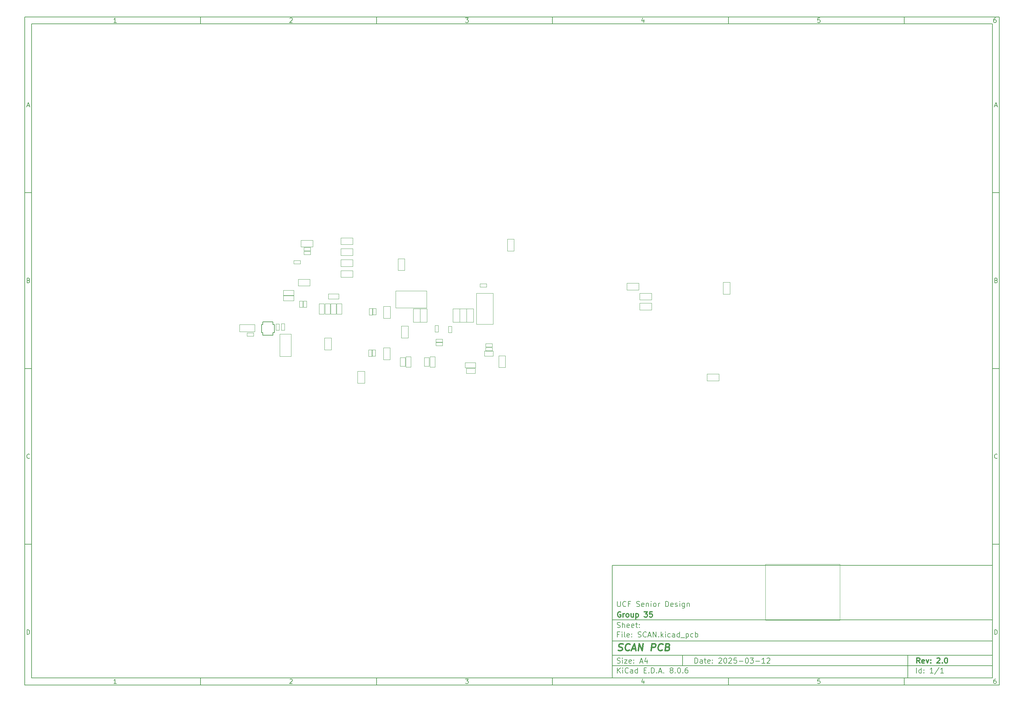
<source format=gbr>
G04 #@! TF.GenerationSoftware,KiCad,Pcbnew,8.0.6*
G04 #@! TF.CreationDate,2025-03-13T06:21:31-04:00*
G04 #@! TF.ProjectId,SCAN,5343414e-2e6b-4696-9361-645f70636258,2.0*
G04 #@! TF.SameCoordinates,Original*
G04 #@! TF.FileFunction,Other,User*
%FSLAX46Y46*%
G04 Gerber Fmt 4.6, Leading zero omitted, Abs format (unit mm)*
G04 Created by KiCad (PCBNEW 8.0.6) date 2025-03-13 06:21:31*
%MOMM*%
%LPD*%
G01*
G04 APERTURE LIST*
%ADD10C,0.100000*%
%ADD11C,0.150000*%
%ADD12C,0.300000*%
%ADD13C,0.400000*%
%ADD14C,0.050000*%
%ADD15C,0.152400*%
G04 APERTURE END LIST*
D10*
X220538867Y-165653700D02*
X220538867Y-181528700D01*
X241705533Y-181528700D01*
X241705533Y-165653700D01*
X220538867Y-165653700D01*
D11*
X177002200Y-166007200D02*
X285002200Y-166007200D01*
X285002200Y-198007200D01*
X177002200Y-198007200D01*
X177002200Y-166007200D01*
D10*
D11*
X10000000Y-10000000D02*
X287002200Y-10000000D01*
X287002200Y-200007200D01*
X10000000Y-200007200D01*
X10000000Y-10000000D01*
D10*
D11*
X12000000Y-12000000D02*
X285002200Y-12000000D01*
X285002200Y-198007200D01*
X12000000Y-198007200D01*
X12000000Y-12000000D01*
D10*
D11*
X60000000Y-12000000D02*
X60000000Y-10000000D01*
D10*
D11*
X110000000Y-12000000D02*
X110000000Y-10000000D01*
D10*
D11*
X160000000Y-12000000D02*
X160000000Y-10000000D01*
D10*
D11*
X210000000Y-12000000D02*
X210000000Y-10000000D01*
D10*
D11*
X260000000Y-12000000D02*
X260000000Y-10000000D01*
D10*
D11*
X36089160Y-11593604D02*
X35346303Y-11593604D01*
X35717731Y-11593604D02*
X35717731Y-10293604D01*
X35717731Y-10293604D02*
X35593922Y-10479319D01*
X35593922Y-10479319D02*
X35470112Y-10603128D01*
X35470112Y-10603128D02*
X35346303Y-10665033D01*
D10*
D11*
X85346303Y-10417414D02*
X85408207Y-10355509D01*
X85408207Y-10355509D02*
X85532017Y-10293604D01*
X85532017Y-10293604D02*
X85841541Y-10293604D01*
X85841541Y-10293604D02*
X85965350Y-10355509D01*
X85965350Y-10355509D02*
X86027255Y-10417414D01*
X86027255Y-10417414D02*
X86089160Y-10541223D01*
X86089160Y-10541223D02*
X86089160Y-10665033D01*
X86089160Y-10665033D02*
X86027255Y-10850747D01*
X86027255Y-10850747D02*
X85284398Y-11593604D01*
X85284398Y-11593604D02*
X86089160Y-11593604D01*
D10*
D11*
X135284398Y-10293604D02*
X136089160Y-10293604D01*
X136089160Y-10293604D02*
X135655826Y-10788842D01*
X135655826Y-10788842D02*
X135841541Y-10788842D01*
X135841541Y-10788842D02*
X135965350Y-10850747D01*
X135965350Y-10850747D02*
X136027255Y-10912652D01*
X136027255Y-10912652D02*
X136089160Y-11036461D01*
X136089160Y-11036461D02*
X136089160Y-11345985D01*
X136089160Y-11345985D02*
X136027255Y-11469795D01*
X136027255Y-11469795D02*
X135965350Y-11531700D01*
X135965350Y-11531700D02*
X135841541Y-11593604D01*
X135841541Y-11593604D02*
X135470112Y-11593604D01*
X135470112Y-11593604D02*
X135346303Y-11531700D01*
X135346303Y-11531700D02*
X135284398Y-11469795D01*
D10*
D11*
X185965350Y-10726938D02*
X185965350Y-11593604D01*
X185655826Y-10231700D02*
X185346303Y-11160271D01*
X185346303Y-11160271D02*
X186151064Y-11160271D01*
D10*
D11*
X236027255Y-10293604D02*
X235408207Y-10293604D01*
X235408207Y-10293604D02*
X235346303Y-10912652D01*
X235346303Y-10912652D02*
X235408207Y-10850747D01*
X235408207Y-10850747D02*
X235532017Y-10788842D01*
X235532017Y-10788842D02*
X235841541Y-10788842D01*
X235841541Y-10788842D02*
X235965350Y-10850747D01*
X235965350Y-10850747D02*
X236027255Y-10912652D01*
X236027255Y-10912652D02*
X236089160Y-11036461D01*
X236089160Y-11036461D02*
X236089160Y-11345985D01*
X236089160Y-11345985D02*
X236027255Y-11469795D01*
X236027255Y-11469795D02*
X235965350Y-11531700D01*
X235965350Y-11531700D02*
X235841541Y-11593604D01*
X235841541Y-11593604D02*
X235532017Y-11593604D01*
X235532017Y-11593604D02*
X235408207Y-11531700D01*
X235408207Y-11531700D02*
X235346303Y-11469795D01*
D10*
D11*
X285965350Y-10293604D02*
X285717731Y-10293604D01*
X285717731Y-10293604D02*
X285593922Y-10355509D01*
X285593922Y-10355509D02*
X285532017Y-10417414D01*
X285532017Y-10417414D02*
X285408207Y-10603128D01*
X285408207Y-10603128D02*
X285346303Y-10850747D01*
X285346303Y-10850747D02*
X285346303Y-11345985D01*
X285346303Y-11345985D02*
X285408207Y-11469795D01*
X285408207Y-11469795D02*
X285470112Y-11531700D01*
X285470112Y-11531700D02*
X285593922Y-11593604D01*
X285593922Y-11593604D02*
X285841541Y-11593604D01*
X285841541Y-11593604D02*
X285965350Y-11531700D01*
X285965350Y-11531700D02*
X286027255Y-11469795D01*
X286027255Y-11469795D02*
X286089160Y-11345985D01*
X286089160Y-11345985D02*
X286089160Y-11036461D01*
X286089160Y-11036461D02*
X286027255Y-10912652D01*
X286027255Y-10912652D02*
X285965350Y-10850747D01*
X285965350Y-10850747D02*
X285841541Y-10788842D01*
X285841541Y-10788842D02*
X285593922Y-10788842D01*
X285593922Y-10788842D02*
X285470112Y-10850747D01*
X285470112Y-10850747D02*
X285408207Y-10912652D01*
X285408207Y-10912652D02*
X285346303Y-11036461D01*
D10*
D11*
X60000000Y-198007200D02*
X60000000Y-200007200D01*
D10*
D11*
X110000000Y-198007200D02*
X110000000Y-200007200D01*
D10*
D11*
X160000000Y-198007200D02*
X160000000Y-200007200D01*
D10*
D11*
X210000000Y-198007200D02*
X210000000Y-200007200D01*
D10*
D11*
X260000000Y-198007200D02*
X260000000Y-200007200D01*
D10*
D11*
X36089160Y-199600804D02*
X35346303Y-199600804D01*
X35717731Y-199600804D02*
X35717731Y-198300804D01*
X35717731Y-198300804D02*
X35593922Y-198486519D01*
X35593922Y-198486519D02*
X35470112Y-198610328D01*
X35470112Y-198610328D02*
X35346303Y-198672233D01*
D10*
D11*
X85346303Y-198424614D02*
X85408207Y-198362709D01*
X85408207Y-198362709D02*
X85532017Y-198300804D01*
X85532017Y-198300804D02*
X85841541Y-198300804D01*
X85841541Y-198300804D02*
X85965350Y-198362709D01*
X85965350Y-198362709D02*
X86027255Y-198424614D01*
X86027255Y-198424614D02*
X86089160Y-198548423D01*
X86089160Y-198548423D02*
X86089160Y-198672233D01*
X86089160Y-198672233D02*
X86027255Y-198857947D01*
X86027255Y-198857947D02*
X85284398Y-199600804D01*
X85284398Y-199600804D02*
X86089160Y-199600804D01*
D10*
D11*
X135284398Y-198300804D02*
X136089160Y-198300804D01*
X136089160Y-198300804D02*
X135655826Y-198796042D01*
X135655826Y-198796042D02*
X135841541Y-198796042D01*
X135841541Y-198796042D02*
X135965350Y-198857947D01*
X135965350Y-198857947D02*
X136027255Y-198919852D01*
X136027255Y-198919852D02*
X136089160Y-199043661D01*
X136089160Y-199043661D02*
X136089160Y-199353185D01*
X136089160Y-199353185D02*
X136027255Y-199476995D01*
X136027255Y-199476995D02*
X135965350Y-199538900D01*
X135965350Y-199538900D02*
X135841541Y-199600804D01*
X135841541Y-199600804D02*
X135470112Y-199600804D01*
X135470112Y-199600804D02*
X135346303Y-199538900D01*
X135346303Y-199538900D02*
X135284398Y-199476995D01*
D10*
D11*
X185965350Y-198734138D02*
X185965350Y-199600804D01*
X185655826Y-198238900D02*
X185346303Y-199167471D01*
X185346303Y-199167471D02*
X186151064Y-199167471D01*
D10*
D11*
X236027255Y-198300804D02*
X235408207Y-198300804D01*
X235408207Y-198300804D02*
X235346303Y-198919852D01*
X235346303Y-198919852D02*
X235408207Y-198857947D01*
X235408207Y-198857947D02*
X235532017Y-198796042D01*
X235532017Y-198796042D02*
X235841541Y-198796042D01*
X235841541Y-198796042D02*
X235965350Y-198857947D01*
X235965350Y-198857947D02*
X236027255Y-198919852D01*
X236027255Y-198919852D02*
X236089160Y-199043661D01*
X236089160Y-199043661D02*
X236089160Y-199353185D01*
X236089160Y-199353185D02*
X236027255Y-199476995D01*
X236027255Y-199476995D02*
X235965350Y-199538900D01*
X235965350Y-199538900D02*
X235841541Y-199600804D01*
X235841541Y-199600804D02*
X235532017Y-199600804D01*
X235532017Y-199600804D02*
X235408207Y-199538900D01*
X235408207Y-199538900D02*
X235346303Y-199476995D01*
D10*
D11*
X285965350Y-198300804D02*
X285717731Y-198300804D01*
X285717731Y-198300804D02*
X285593922Y-198362709D01*
X285593922Y-198362709D02*
X285532017Y-198424614D01*
X285532017Y-198424614D02*
X285408207Y-198610328D01*
X285408207Y-198610328D02*
X285346303Y-198857947D01*
X285346303Y-198857947D02*
X285346303Y-199353185D01*
X285346303Y-199353185D02*
X285408207Y-199476995D01*
X285408207Y-199476995D02*
X285470112Y-199538900D01*
X285470112Y-199538900D02*
X285593922Y-199600804D01*
X285593922Y-199600804D02*
X285841541Y-199600804D01*
X285841541Y-199600804D02*
X285965350Y-199538900D01*
X285965350Y-199538900D02*
X286027255Y-199476995D01*
X286027255Y-199476995D02*
X286089160Y-199353185D01*
X286089160Y-199353185D02*
X286089160Y-199043661D01*
X286089160Y-199043661D02*
X286027255Y-198919852D01*
X286027255Y-198919852D02*
X285965350Y-198857947D01*
X285965350Y-198857947D02*
X285841541Y-198796042D01*
X285841541Y-198796042D02*
X285593922Y-198796042D01*
X285593922Y-198796042D02*
X285470112Y-198857947D01*
X285470112Y-198857947D02*
X285408207Y-198919852D01*
X285408207Y-198919852D02*
X285346303Y-199043661D01*
D10*
D11*
X10000000Y-60000000D02*
X12000000Y-60000000D01*
D10*
D11*
X10000000Y-110000000D02*
X12000000Y-110000000D01*
D10*
D11*
X10000000Y-160000000D02*
X12000000Y-160000000D01*
D10*
D11*
X10690476Y-35222176D02*
X11309523Y-35222176D01*
X10566666Y-35593604D02*
X10999999Y-34293604D01*
X10999999Y-34293604D02*
X11433333Y-35593604D01*
D10*
D11*
X11092857Y-84912652D02*
X11278571Y-84974557D01*
X11278571Y-84974557D02*
X11340476Y-85036461D01*
X11340476Y-85036461D02*
X11402380Y-85160271D01*
X11402380Y-85160271D02*
X11402380Y-85345985D01*
X11402380Y-85345985D02*
X11340476Y-85469795D01*
X11340476Y-85469795D02*
X11278571Y-85531700D01*
X11278571Y-85531700D02*
X11154761Y-85593604D01*
X11154761Y-85593604D02*
X10659523Y-85593604D01*
X10659523Y-85593604D02*
X10659523Y-84293604D01*
X10659523Y-84293604D02*
X11092857Y-84293604D01*
X11092857Y-84293604D02*
X11216666Y-84355509D01*
X11216666Y-84355509D02*
X11278571Y-84417414D01*
X11278571Y-84417414D02*
X11340476Y-84541223D01*
X11340476Y-84541223D02*
X11340476Y-84665033D01*
X11340476Y-84665033D02*
X11278571Y-84788842D01*
X11278571Y-84788842D02*
X11216666Y-84850747D01*
X11216666Y-84850747D02*
X11092857Y-84912652D01*
X11092857Y-84912652D02*
X10659523Y-84912652D01*
D10*
D11*
X11402380Y-135469795D02*
X11340476Y-135531700D01*
X11340476Y-135531700D02*
X11154761Y-135593604D01*
X11154761Y-135593604D02*
X11030952Y-135593604D01*
X11030952Y-135593604D02*
X10845238Y-135531700D01*
X10845238Y-135531700D02*
X10721428Y-135407890D01*
X10721428Y-135407890D02*
X10659523Y-135284080D01*
X10659523Y-135284080D02*
X10597619Y-135036461D01*
X10597619Y-135036461D02*
X10597619Y-134850747D01*
X10597619Y-134850747D02*
X10659523Y-134603128D01*
X10659523Y-134603128D02*
X10721428Y-134479319D01*
X10721428Y-134479319D02*
X10845238Y-134355509D01*
X10845238Y-134355509D02*
X11030952Y-134293604D01*
X11030952Y-134293604D02*
X11154761Y-134293604D01*
X11154761Y-134293604D02*
X11340476Y-134355509D01*
X11340476Y-134355509D02*
X11402380Y-134417414D01*
D10*
D11*
X10659523Y-185593604D02*
X10659523Y-184293604D01*
X10659523Y-184293604D02*
X10969047Y-184293604D01*
X10969047Y-184293604D02*
X11154761Y-184355509D01*
X11154761Y-184355509D02*
X11278571Y-184479319D01*
X11278571Y-184479319D02*
X11340476Y-184603128D01*
X11340476Y-184603128D02*
X11402380Y-184850747D01*
X11402380Y-184850747D02*
X11402380Y-185036461D01*
X11402380Y-185036461D02*
X11340476Y-185284080D01*
X11340476Y-185284080D02*
X11278571Y-185407890D01*
X11278571Y-185407890D02*
X11154761Y-185531700D01*
X11154761Y-185531700D02*
X10969047Y-185593604D01*
X10969047Y-185593604D02*
X10659523Y-185593604D01*
D10*
D11*
X287002200Y-60000000D02*
X285002200Y-60000000D01*
D10*
D11*
X287002200Y-110000000D02*
X285002200Y-110000000D01*
D10*
D11*
X287002200Y-160000000D02*
X285002200Y-160000000D01*
D10*
D11*
X285692676Y-35222176D02*
X286311723Y-35222176D01*
X285568866Y-35593604D02*
X286002199Y-34293604D01*
X286002199Y-34293604D02*
X286435533Y-35593604D01*
D10*
D11*
X286095057Y-84912652D02*
X286280771Y-84974557D01*
X286280771Y-84974557D02*
X286342676Y-85036461D01*
X286342676Y-85036461D02*
X286404580Y-85160271D01*
X286404580Y-85160271D02*
X286404580Y-85345985D01*
X286404580Y-85345985D02*
X286342676Y-85469795D01*
X286342676Y-85469795D02*
X286280771Y-85531700D01*
X286280771Y-85531700D02*
X286156961Y-85593604D01*
X286156961Y-85593604D02*
X285661723Y-85593604D01*
X285661723Y-85593604D02*
X285661723Y-84293604D01*
X285661723Y-84293604D02*
X286095057Y-84293604D01*
X286095057Y-84293604D02*
X286218866Y-84355509D01*
X286218866Y-84355509D02*
X286280771Y-84417414D01*
X286280771Y-84417414D02*
X286342676Y-84541223D01*
X286342676Y-84541223D02*
X286342676Y-84665033D01*
X286342676Y-84665033D02*
X286280771Y-84788842D01*
X286280771Y-84788842D02*
X286218866Y-84850747D01*
X286218866Y-84850747D02*
X286095057Y-84912652D01*
X286095057Y-84912652D02*
X285661723Y-84912652D01*
D10*
D11*
X286404580Y-135469795D02*
X286342676Y-135531700D01*
X286342676Y-135531700D02*
X286156961Y-135593604D01*
X286156961Y-135593604D02*
X286033152Y-135593604D01*
X286033152Y-135593604D02*
X285847438Y-135531700D01*
X285847438Y-135531700D02*
X285723628Y-135407890D01*
X285723628Y-135407890D02*
X285661723Y-135284080D01*
X285661723Y-135284080D02*
X285599819Y-135036461D01*
X285599819Y-135036461D02*
X285599819Y-134850747D01*
X285599819Y-134850747D02*
X285661723Y-134603128D01*
X285661723Y-134603128D02*
X285723628Y-134479319D01*
X285723628Y-134479319D02*
X285847438Y-134355509D01*
X285847438Y-134355509D02*
X286033152Y-134293604D01*
X286033152Y-134293604D02*
X286156961Y-134293604D01*
X286156961Y-134293604D02*
X286342676Y-134355509D01*
X286342676Y-134355509D02*
X286404580Y-134417414D01*
D10*
D11*
X285661723Y-185593604D02*
X285661723Y-184293604D01*
X285661723Y-184293604D02*
X285971247Y-184293604D01*
X285971247Y-184293604D02*
X286156961Y-184355509D01*
X286156961Y-184355509D02*
X286280771Y-184479319D01*
X286280771Y-184479319D02*
X286342676Y-184603128D01*
X286342676Y-184603128D02*
X286404580Y-184850747D01*
X286404580Y-184850747D02*
X286404580Y-185036461D01*
X286404580Y-185036461D02*
X286342676Y-185284080D01*
X286342676Y-185284080D02*
X286280771Y-185407890D01*
X286280771Y-185407890D02*
X286156961Y-185531700D01*
X286156961Y-185531700D02*
X285971247Y-185593604D01*
X285971247Y-185593604D02*
X285661723Y-185593604D01*
D10*
D11*
X200458026Y-193793328D02*
X200458026Y-192293328D01*
X200458026Y-192293328D02*
X200815169Y-192293328D01*
X200815169Y-192293328D02*
X201029455Y-192364757D01*
X201029455Y-192364757D02*
X201172312Y-192507614D01*
X201172312Y-192507614D02*
X201243741Y-192650471D01*
X201243741Y-192650471D02*
X201315169Y-192936185D01*
X201315169Y-192936185D02*
X201315169Y-193150471D01*
X201315169Y-193150471D02*
X201243741Y-193436185D01*
X201243741Y-193436185D02*
X201172312Y-193579042D01*
X201172312Y-193579042D02*
X201029455Y-193721900D01*
X201029455Y-193721900D02*
X200815169Y-193793328D01*
X200815169Y-193793328D02*
X200458026Y-193793328D01*
X202600884Y-193793328D02*
X202600884Y-193007614D01*
X202600884Y-193007614D02*
X202529455Y-192864757D01*
X202529455Y-192864757D02*
X202386598Y-192793328D01*
X202386598Y-192793328D02*
X202100884Y-192793328D01*
X202100884Y-192793328D02*
X201958026Y-192864757D01*
X202600884Y-193721900D02*
X202458026Y-193793328D01*
X202458026Y-193793328D02*
X202100884Y-193793328D01*
X202100884Y-193793328D02*
X201958026Y-193721900D01*
X201958026Y-193721900D02*
X201886598Y-193579042D01*
X201886598Y-193579042D02*
X201886598Y-193436185D01*
X201886598Y-193436185D02*
X201958026Y-193293328D01*
X201958026Y-193293328D02*
X202100884Y-193221900D01*
X202100884Y-193221900D02*
X202458026Y-193221900D01*
X202458026Y-193221900D02*
X202600884Y-193150471D01*
X203100884Y-192793328D02*
X203672312Y-192793328D01*
X203315169Y-192293328D02*
X203315169Y-193579042D01*
X203315169Y-193579042D02*
X203386598Y-193721900D01*
X203386598Y-193721900D02*
X203529455Y-193793328D01*
X203529455Y-193793328D02*
X203672312Y-193793328D01*
X204743741Y-193721900D02*
X204600884Y-193793328D01*
X204600884Y-193793328D02*
X204315170Y-193793328D01*
X204315170Y-193793328D02*
X204172312Y-193721900D01*
X204172312Y-193721900D02*
X204100884Y-193579042D01*
X204100884Y-193579042D02*
X204100884Y-193007614D01*
X204100884Y-193007614D02*
X204172312Y-192864757D01*
X204172312Y-192864757D02*
X204315170Y-192793328D01*
X204315170Y-192793328D02*
X204600884Y-192793328D01*
X204600884Y-192793328D02*
X204743741Y-192864757D01*
X204743741Y-192864757D02*
X204815170Y-193007614D01*
X204815170Y-193007614D02*
X204815170Y-193150471D01*
X204815170Y-193150471D02*
X204100884Y-193293328D01*
X205458026Y-193650471D02*
X205529455Y-193721900D01*
X205529455Y-193721900D02*
X205458026Y-193793328D01*
X205458026Y-193793328D02*
X205386598Y-193721900D01*
X205386598Y-193721900D02*
X205458026Y-193650471D01*
X205458026Y-193650471D02*
X205458026Y-193793328D01*
X205458026Y-192864757D02*
X205529455Y-192936185D01*
X205529455Y-192936185D02*
X205458026Y-193007614D01*
X205458026Y-193007614D02*
X205386598Y-192936185D01*
X205386598Y-192936185D02*
X205458026Y-192864757D01*
X205458026Y-192864757D02*
X205458026Y-193007614D01*
X207243741Y-192436185D02*
X207315169Y-192364757D01*
X207315169Y-192364757D02*
X207458027Y-192293328D01*
X207458027Y-192293328D02*
X207815169Y-192293328D01*
X207815169Y-192293328D02*
X207958027Y-192364757D01*
X207958027Y-192364757D02*
X208029455Y-192436185D01*
X208029455Y-192436185D02*
X208100884Y-192579042D01*
X208100884Y-192579042D02*
X208100884Y-192721900D01*
X208100884Y-192721900D02*
X208029455Y-192936185D01*
X208029455Y-192936185D02*
X207172312Y-193793328D01*
X207172312Y-193793328D02*
X208100884Y-193793328D01*
X209029455Y-192293328D02*
X209172312Y-192293328D01*
X209172312Y-192293328D02*
X209315169Y-192364757D01*
X209315169Y-192364757D02*
X209386598Y-192436185D01*
X209386598Y-192436185D02*
X209458026Y-192579042D01*
X209458026Y-192579042D02*
X209529455Y-192864757D01*
X209529455Y-192864757D02*
X209529455Y-193221900D01*
X209529455Y-193221900D02*
X209458026Y-193507614D01*
X209458026Y-193507614D02*
X209386598Y-193650471D01*
X209386598Y-193650471D02*
X209315169Y-193721900D01*
X209315169Y-193721900D02*
X209172312Y-193793328D01*
X209172312Y-193793328D02*
X209029455Y-193793328D01*
X209029455Y-193793328D02*
X208886598Y-193721900D01*
X208886598Y-193721900D02*
X208815169Y-193650471D01*
X208815169Y-193650471D02*
X208743740Y-193507614D01*
X208743740Y-193507614D02*
X208672312Y-193221900D01*
X208672312Y-193221900D02*
X208672312Y-192864757D01*
X208672312Y-192864757D02*
X208743740Y-192579042D01*
X208743740Y-192579042D02*
X208815169Y-192436185D01*
X208815169Y-192436185D02*
X208886598Y-192364757D01*
X208886598Y-192364757D02*
X209029455Y-192293328D01*
X210100883Y-192436185D02*
X210172311Y-192364757D01*
X210172311Y-192364757D02*
X210315169Y-192293328D01*
X210315169Y-192293328D02*
X210672311Y-192293328D01*
X210672311Y-192293328D02*
X210815169Y-192364757D01*
X210815169Y-192364757D02*
X210886597Y-192436185D01*
X210886597Y-192436185D02*
X210958026Y-192579042D01*
X210958026Y-192579042D02*
X210958026Y-192721900D01*
X210958026Y-192721900D02*
X210886597Y-192936185D01*
X210886597Y-192936185D02*
X210029454Y-193793328D01*
X210029454Y-193793328D02*
X210958026Y-193793328D01*
X212315168Y-192293328D02*
X211600882Y-192293328D01*
X211600882Y-192293328D02*
X211529454Y-193007614D01*
X211529454Y-193007614D02*
X211600882Y-192936185D01*
X211600882Y-192936185D02*
X211743740Y-192864757D01*
X211743740Y-192864757D02*
X212100882Y-192864757D01*
X212100882Y-192864757D02*
X212243740Y-192936185D01*
X212243740Y-192936185D02*
X212315168Y-193007614D01*
X212315168Y-193007614D02*
X212386597Y-193150471D01*
X212386597Y-193150471D02*
X212386597Y-193507614D01*
X212386597Y-193507614D02*
X212315168Y-193650471D01*
X212315168Y-193650471D02*
X212243740Y-193721900D01*
X212243740Y-193721900D02*
X212100882Y-193793328D01*
X212100882Y-193793328D02*
X211743740Y-193793328D01*
X211743740Y-193793328D02*
X211600882Y-193721900D01*
X211600882Y-193721900D02*
X211529454Y-193650471D01*
X213029453Y-193221900D02*
X214172311Y-193221900D01*
X215172311Y-192293328D02*
X215315168Y-192293328D01*
X215315168Y-192293328D02*
X215458025Y-192364757D01*
X215458025Y-192364757D02*
X215529454Y-192436185D01*
X215529454Y-192436185D02*
X215600882Y-192579042D01*
X215600882Y-192579042D02*
X215672311Y-192864757D01*
X215672311Y-192864757D02*
X215672311Y-193221900D01*
X215672311Y-193221900D02*
X215600882Y-193507614D01*
X215600882Y-193507614D02*
X215529454Y-193650471D01*
X215529454Y-193650471D02*
X215458025Y-193721900D01*
X215458025Y-193721900D02*
X215315168Y-193793328D01*
X215315168Y-193793328D02*
X215172311Y-193793328D01*
X215172311Y-193793328D02*
X215029454Y-193721900D01*
X215029454Y-193721900D02*
X214958025Y-193650471D01*
X214958025Y-193650471D02*
X214886596Y-193507614D01*
X214886596Y-193507614D02*
X214815168Y-193221900D01*
X214815168Y-193221900D02*
X214815168Y-192864757D01*
X214815168Y-192864757D02*
X214886596Y-192579042D01*
X214886596Y-192579042D02*
X214958025Y-192436185D01*
X214958025Y-192436185D02*
X215029454Y-192364757D01*
X215029454Y-192364757D02*
X215172311Y-192293328D01*
X216172310Y-192293328D02*
X217100882Y-192293328D01*
X217100882Y-192293328D02*
X216600882Y-192864757D01*
X216600882Y-192864757D02*
X216815167Y-192864757D01*
X216815167Y-192864757D02*
X216958025Y-192936185D01*
X216958025Y-192936185D02*
X217029453Y-193007614D01*
X217029453Y-193007614D02*
X217100882Y-193150471D01*
X217100882Y-193150471D02*
X217100882Y-193507614D01*
X217100882Y-193507614D02*
X217029453Y-193650471D01*
X217029453Y-193650471D02*
X216958025Y-193721900D01*
X216958025Y-193721900D02*
X216815167Y-193793328D01*
X216815167Y-193793328D02*
X216386596Y-193793328D01*
X216386596Y-193793328D02*
X216243739Y-193721900D01*
X216243739Y-193721900D02*
X216172310Y-193650471D01*
X217743738Y-193221900D02*
X218886596Y-193221900D01*
X220386596Y-193793328D02*
X219529453Y-193793328D01*
X219958024Y-193793328D02*
X219958024Y-192293328D01*
X219958024Y-192293328D02*
X219815167Y-192507614D01*
X219815167Y-192507614D02*
X219672310Y-192650471D01*
X219672310Y-192650471D02*
X219529453Y-192721900D01*
X220958024Y-192436185D02*
X221029452Y-192364757D01*
X221029452Y-192364757D02*
X221172310Y-192293328D01*
X221172310Y-192293328D02*
X221529452Y-192293328D01*
X221529452Y-192293328D02*
X221672310Y-192364757D01*
X221672310Y-192364757D02*
X221743738Y-192436185D01*
X221743738Y-192436185D02*
X221815167Y-192579042D01*
X221815167Y-192579042D02*
X221815167Y-192721900D01*
X221815167Y-192721900D02*
X221743738Y-192936185D01*
X221743738Y-192936185D02*
X220886595Y-193793328D01*
X220886595Y-193793328D02*
X221815167Y-193793328D01*
D10*
D11*
X177002200Y-194507200D02*
X285002200Y-194507200D01*
D10*
D11*
X178458026Y-196593328D02*
X178458026Y-195093328D01*
X179315169Y-196593328D02*
X178672312Y-195736185D01*
X179315169Y-195093328D02*
X178458026Y-195950471D01*
X179958026Y-196593328D02*
X179958026Y-195593328D01*
X179958026Y-195093328D02*
X179886598Y-195164757D01*
X179886598Y-195164757D02*
X179958026Y-195236185D01*
X179958026Y-195236185D02*
X180029455Y-195164757D01*
X180029455Y-195164757D02*
X179958026Y-195093328D01*
X179958026Y-195093328D02*
X179958026Y-195236185D01*
X181529455Y-196450471D02*
X181458027Y-196521900D01*
X181458027Y-196521900D02*
X181243741Y-196593328D01*
X181243741Y-196593328D02*
X181100884Y-196593328D01*
X181100884Y-196593328D02*
X180886598Y-196521900D01*
X180886598Y-196521900D02*
X180743741Y-196379042D01*
X180743741Y-196379042D02*
X180672312Y-196236185D01*
X180672312Y-196236185D02*
X180600884Y-195950471D01*
X180600884Y-195950471D02*
X180600884Y-195736185D01*
X180600884Y-195736185D02*
X180672312Y-195450471D01*
X180672312Y-195450471D02*
X180743741Y-195307614D01*
X180743741Y-195307614D02*
X180886598Y-195164757D01*
X180886598Y-195164757D02*
X181100884Y-195093328D01*
X181100884Y-195093328D02*
X181243741Y-195093328D01*
X181243741Y-195093328D02*
X181458027Y-195164757D01*
X181458027Y-195164757D02*
X181529455Y-195236185D01*
X182815170Y-196593328D02*
X182815170Y-195807614D01*
X182815170Y-195807614D02*
X182743741Y-195664757D01*
X182743741Y-195664757D02*
X182600884Y-195593328D01*
X182600884Y-195593328D02*
X182315170Y-195593328D01*
X182315170Y-195593328D02*
X182172312Y-195664757D01*
X182815170Y-196521900D02*
X182672312Y-196593328D01*
X182672312Y-196593328D02*
X182315170Y-196593328D01*
X182315170Y-196593328D02*
X182172312Y-196521900D01*
X182172312Y-196521900D02*
X182100884Y-196379042D01*
X182100884Y-196379042D02*
X182100884Y-196236185D01*
X182100884Y-196236185D02*
X182172312Y-196093328D01*
X182172312Y-196093328D02*
X182315170Y-196021900D01*
X182315170Y-196021900D02*
X182672312Y-196021900D01*
X182672312Y-196021900D02*
X182815170Y-195950471D01*
X184172313Y-196593328D02*
X184172313Y-195093328D01*
X184172313Y-196521900D02*
X184029455Y-196593328D01*
X184029455Y-196593328D02*
X183743741Y-196593328D01*
X183743741Y-196593328D02*
X183600884Y-196521900D01*
X183600884Y-196521900D02*
X183529455Y-196450471D01*
X183529455Y-196450471D02*
X183458027Y-196307614D01*
X183458027Y-196307614D02*
X183458027Y-195879042D01*
X183458027Y-195879042D02*
X183529455Y-195736185D01*
X183529455Y-195736185D02*
X183600884Y-195664757D01*
X183600884Y-195664757D02*
X183743741Y-195593328D01*
X183743741Y-195593328D02*
X184029455Y-195593328D01*
X184029455Y-195593328D02*
X184172313Y-195664757D01*
X186029455Y-195807614D02*
X186529455Y-195807614D01*
X186743741Y-196593328D02*
X186029455Y-196593328D01*
X186029455Y-196593328D02*
X186029455Y-195093328D01*
X186029455Y-195093328D02*
X186743741Y-195093328D01*
X187386598Y-196450471D02*
X187458027Y-196521900D01*
X187458027Y-196521900D02*
X187386598Y-196593328D01*
X187386598Y-196593328D02*
X187315170Y-196521900D01*
X187315170Y-196521900D02*
X187386598Y-196450471D01*
X187386598Y-196450471D02*
X187386598Y-196593328D01*
X188100884Y-196593328D02*
X188100884Y-195093328D01*
X188100884Y-195093328D02*
X188458027Y-195093328D01*
X188458027Y-195093328D02*
X188672313Y-195164757D01*
X188672313Y-195164757D02*
X188815170Y-195307614D01*
X188815170Y-195307614D02*
X188886599Y-195450471D01*
X188886599Y-195450471D02*
X188958027Y-195736185D01*
X188958027Y-195736185D02*
X188958027Y-195950471D01*
X188958027Y-195950471D02*
X188886599Y-196236185D01*
X188886599Y-196236185D02*
X188815170Y-196379042D01*
X188815170Y-196379042D02*
X188672313Y-196521900D01*
X188672313Y-196521900D02*
X188458027Y-196593328D01*
X188458027Y-196593328D02*
X188100884Y-196593328D01*
X189600884Y-196450471D02*
X189672313Y-196521900D01*
X189672313Y-196521900D02*
X189600884Y-196593328D01*
X189600884Y-196593328D02*
X189529456Y-196521900D01*
X189529456Y-196521900D02*
X189600884Y-196450471D01*
X189600884Y-196450471D02*
X189600884Y-196593328D01*
X190243742Y-196164757D02*
X190958028Y-196164757D01*
X190100885Y-196593328D02*
X190600885Y-195093328D01*
X190600885Y-195093328D02*
X191100885Y-196593328D01*
X191600884Y-196450471D02*
X191672313Y-196521900D01*
X191672313Y-196521900D02*
X191600884Y-196593328D01*
X191600884Y-196593328D02*
X191529456Y-196521900D01*
X191529456Y-196521900D02*
X191600884Y-196450471D01*
X191600884Y-196450471D02*
X191600884Y-196593328D01*
X193672313Y-195736185D02*
X193529456Y-195664757D01*
X193529456Y-195664757D02*
X193458027Y-195593328D01*
X193458027Y-195593328D02*
X193386599Y-195450471D01*
X193386599Y-195450471D02*
X193386599Y-195379042D01*
X193386599Y-195379042D02*
X193458027Y-195236185D01*
X193458027Y-195236185D02*
X193529456Y-195164757D01*
X193529456Y-195164757D02*
X193672313Y-195093328D01*
X193672313Y-195093328D02*
X193958027Y-195093328D01*
X193958027Y-195093328D02*
X194100885Y-195164757D01*
X194100885Y-195164757D02*
X194172313Y-195236185D01*
X194172313Y-195236185D02*
X194243742Y-195379042D01*
X194243742Y-195379042D02*
X194243742Y-195450471D01*
X194243742Y-195450471D02*
X194172313Y-195593328D01*
X194172313Y-195593328D02*
X194100885Y-195664757D01*
X194100885Y-195664757D02*
X193958027Y-195736185D01*
X193958027Y-195736185D02*
X193672313Y-195736185D01*
X193672313Y-195736185D02*
X193529456Y-195807614D01*
X193529456Y-195807614D02*
X193458027Y-195879042D01*
X193458027Y-195879042D02*
X193386599Y-196021900D01*
X193386599Y-196021900D02*
X193386599Y-196307614D01*
X193386599Y-196307614D02*
X193458027Y-196450471D01*
X193458027Y-196450471D02*
X193529456Y-196521900D01*
X193529456Y-196521900D02*
X193672313Y-196593328D01*
X193672313Y-196593328D02*
X193958027Y-196593328D01*
X193958027Y-196593328D02*
X194100885Y-196521900D01*
X194100885Y-196521900D02*
X194172313Y-196450471D01*
X194172313Y-196450471D02*
X194243742Y-196307614D01*
X194243742Y-196307614D02*
X194243742Y-196021900D01*
X194243742Y-196021900D02*
X194172313Y-195879042D01*
X194172313Y-195879042D02*
X194100885Y-195807614D01*
X194100885Y-195807614D02*
X193958027Y-195736185D01*
X194886598Y-196450471D02*
X194958027Y-196521900D01*
X194958027Y-196521900D02*
X194886598Y-196593328D01*
X194886598Y-196593328D02*
X194815170Y-196521900D01*
X194815170Y-196521900D02*
X194886598Y-196450471D01*
X194886598Y-196450471D02*
X194886598Y-196593328D01*
X195886599Y-195093328D02*
X196029456Y-195093328D01*
X196029456Y-195093328D02*
X196172313Y-195164757D01*
X196172313Y-195164757D02*
X196243742Y-195236185D01*
X196243742Y-195236185D02*
X196315170Y-195379042D01*
X196315170Y-195379042D02*
X196386599Y-195664757D01*
X196386599Y-195664757D02*
X196386599Y-196021900D01*
X196386599Y-196021900D02*
X196315170Y-196307614D01*
X196315170Y-196307614D02*
X196243742Y-196450471D01*
X196243742Y-196450471D02*
X196172313Y-196521900D01*
X196172313Y-196521900D02*
X196029456Y-196593328D01*
X196029456Y-196593328D02*
X195886599Y-196593328D01*
X195886599Y-196593328D02*
X195743742Y-196521900D01*
X195743742Y-196521900D02*
X195672313Y-196450471D01*
X195672313Y-196450471D02*
X195600884Y-196307614D01*
X195600884Y-196307614D02*
X195529456Y-196021900D01*
X195529456Y-196021900D02*
X195529456Y-195664757D01*
X195529456Y-195664757D02*
X195600884Y-195379042D01*
X195600884Y-195379042D02*
X195672313Y-195236185D01*
X195672313Y-195236185D02*
X195743742Y-195164757D01*
X195743742Y-195164757D02*
X195886599Y-195093328D01*
X197029455Y-196450471D02*
X197100884Y-196521900D01*
X197100884Y-196521900D02*
X197029455Y-196593328D01*
X197029455Y-196593328D02*
X196958027Y-196521900D01*
X196958027Y-196521900D02*
X197029455Y-196450471D01*
X197029455Y-196450471D02*
X197029455Y-196593328D01*
X198386599Y-195093328D02*
X198100884Y-195093328D01*
X198100884Y-195093328D02*
X197958027Y-195164757D01*
X197958027Y-195164757D02*
X197886599Y-195236185D01*
X197886599Y-195236185D02*
X197743741Y-195450471D01*
X197743741Y-195450471D02*
X197672313Y-195736185D01*
X197672313Y-195736185D02*
X197672313Y-196307614D01*
X197672313Y-196307614D02*
X197743741Y-196450471D01*
X197743741Y-196450471D02*
X197815170Y-196521900D01*
X197815170Y-196521900D02*
X197958027Y-196593328D01*
X197958027Y-196593328D02*
X198243741Y-196593328D01*
X198243741Y-196593328D02*
X198386599Y-196521900D01*
X198386599Y-196521900D02*
X198458027Y-196450471D01*
X198458027Y-196450471D02*
X198529456Y-196307614D01*
X198529456Y-196307614D02*
X198529456Y-195950471D01*
X198529456Y-195950471D02*
X198458027Y-195807614D01*
X198458027Y-195807614D02*
X198386599Y-195736185D01*
X198386599Y-195736185D02*
X198243741Y-195664757D01*
X198243741Y-195664757D02*
X197958027Y-195664757D01*
X197958027Y-195664757D02*
X197815170Y-195736185D01*
X197815170Y-195736185D02*
X197743741Y-195807614D01*
X197743741Y-195807614D02*
X197672313Y-195950471D01*
D10*
D11*
X177002200Y-191507200D02*
X285002200Y-191507200D01*
D10*
D12*
X264413853Y-193785528D02*
X263913853Y-193071242D01*
X263556710Y-193785528D02*
X263556710Y-192285528D01*
X263556710Y-192285528D02*
X264128139Y-192285528D01*
X264128139Y-192285528D02*
X264270996Y-192356957D01*
X264270996Y-192356957D02*
X264342425Y-192428385D01*
X264342425Y-192428385D02*
X264413853Y-192571242D01*
X264413853Y-192571242D02*
X264413853Y-192785528D01*
X264413853Y-192785528D02*
X264342425Y-192928385D01*
X264342425Y-192928385D02*
X264270996Y-192999814D01*
X264270996Y-192999814D02*
X264128139Y-193071242D01*
X264128139Y-193071242D02*
X263556710Y-193071242D01*
X265628139Y-193714100D02*
X265485282Y-193785528D01*
X265485282Y-193785528D02*
X265199568Y-193785528D01*
X265199568Y-193785528D02*
X265056710Y-193714100D01*
X265056710Y-193714100D02*
X264985282Y-193571242D01*
X264985282Y-193571242D02*
X264985282Y-192999814D01*
X264985282Y-192999814D02*
X265056710Y-192856957D01*
X265056710Y-192856957D02*
X265199568Y-192785528D01*
X265199568Y-192785528D02*
X265485282Y-192785528D01*
X265485282Y-192785528D02*
X265628139Y-192856957D01*
X265628139Y-192856957D02*
X265699568Y-192999814D01*
X265699568Y-192999814D02*
X265699568Y-193142671D01*
X265699568Y-193142671D02*
X264985282Y-193285528D01*
X266199567Y-192785528D02*
X266556710Y-193785528D01*
X266556710Y-193785528D02*
X266913853Y-192785528D01*
X267485281Y-193642671D02*
X267556710Y-193714100D01*
X267556710Y-193714100D02*
X267485281Y-193785528D01*
X267485281Y-193785528D02*
X267413853Y-193714100D01*
X267413853Y-193714100D02*
X267485281Y-193642671D01*
X267485281Y-193642671D02*
X267485281Y-193785528D01*
X267485281Y-192856957D02*
X267556710Y-192928385D01*
X267556710Y-192928385D02*
X267485281Y-192999814D01*
X267485281Y-192999814D02*
X267413853Y-192928385D01*
X267413853Y-192928385D02*
X267485281Y-192856957D01*
X267485281Y-192856957D02*
X267485281Y-192999814D01*
X269270996Y-192428385D02*
X269342424Y-192356957D01*
X269342424Y-192356957D02*
X269485282Y-192285528D01*
X269485282Y-192285528D02*
X269842424Y-192285528D01*
X269842424Y-192285528D02*
X269985282Y-192356957D01*
X269985282Y-192356957D02*
X270056710Y-192428385D01*
X270056710Y-192428385D02*
X270128139Y-192571242D01*
X270128139Y-192571242D02*
X270128139Y-192714100D01*
X270128139Y-192714100D02*
X270056710Y-192928385D01*
X270056710Y-192928385D02*
X269199567Y-193785528D01*
X269199567Y-193785528D02*
X270128139Y-193785528D01*
X270770995Y-193642671D02*
X270842424Y-193714100D01*
X270842424Y-193714100D02*
X270770995Y-193785528D01*
X270770995Y-193785528D02*
X270699567Y-193714100D01*
X270699567Y-193714100D02*
X270770995Y-193642671D01*
X270770995Y-193642671D02*
X270770995Y-193785528D01*
X271770996Y-192285528D02*
X271913853Y-192285528D01*
X271913853Y-192285528D02*
X272056710Y-192356957D01*
X272056710Y-192356957D02*
X272128139Y-192428385D01*
X272128139Y-192428385D02*
X272199567Y-192571242D01*
X272199567Y-192571242D02*
X272270996Y-192856957D01*
X272270996Y-192856957D02*
X272270996Y-193214100D01*
X272270996Y-193214100D02*
X272199567Y-193499814D01*
X272199567Y-193499814D02*
X272128139Y-193642671D01*
X272128139Y-193642671D02*
X272056710Y-193714100D01*
X272056710Y-193714100D02*
X271913853Y-193785528D01*
X271913853Y-193785528D02*
X271770996Y-193785528D01*
X271770996Y-193785528D02*
X271628139Y-193714100D01*
X271628139Y-193714100D02*
X271556710Y-193642671D01*
X271556710Y-193642671D02*
X271485281Y-193499814D01*
X271485281Y-193499814D02*
X271413853Y-193214100D01*
X271413853Y-193214100D02*
X271413853Y-192856957D01*
X271413853Y-192856957D02*
X271485281Y-192571242D01*
X271485281Y-192571242D02*
X271556710Y-192428385D01*
X271556710Y-192428385D02*
X271628139Y-192356957D01*
X271628139Y-192356957D02*
X271770996Y-192285528D01*
D10*
D11*
X178386598Y-193721900D02*
X178600884Y-193793328D01*
X178600884Y-193793328D02*
X178958026Y-193793328D01*
X178958026Y-193793328D02*
X179100884Y-193721900D01*
X179100884Y-193721900D02*
X179172312Y-193650471D01*
X179172312Y-193650471D02*
X179243741Y-193507614D01*
X179243741Y-193507614D02*
X179243741Y-193364757D01*
X179243741Y-193364757D02*
X179172312Y-193221900D01*
X179172312Y-193221900D02*
X179100884Y-193150471D01*
X179100884Y-193150471D02*
X178958026Y-193079042D01*
X178958026Y-193079042D02*
X178672312Y-193007614D01*
X178672312Y-193007614D02*
X178529455Y-192936185D01*
X178529455Y-192936185D02*
X178458026Y-192864757D01*
X178458026Y-192864757D02*
X178386598Y-192721900D01*
X178386598Y-192721900D02*
X178386598Y-192579042D01*
X178386598Y-192579042D02*
X178458026Y-192436185D01*
X178458026Y-192436185D02*
X178529455Y-192364757D01*
X178529455Y-192364757D02*
X178672312Y-192293328D01*
X178672312Y-192293328D02*
X179029455Y-192293328D01*
X179029455Y-192293328D02*
X179243741Y-192364757D01*
X179886597Y-193793328D02*
X179886597Y-192793328D01*
X179886597Y-192293328D02*
X179815169Y-192364757D01*
X179815169Y-192364757D02*
X179886597Y-192436185D01*
X179886597Y-192436185D02*
X179958026Y-192364757D01*
X179958026Y-192364757D02*
X179886597Y-192293328D01*
X179886597Y-192293328D02*
X179886597Y-192436185D01*
X180458026Y-192793328D02*
X181243741Y-192793328D01*
X181243741Y-192793328D02*
X180458026Y-193793328D01*
X180458026Y-193793328D02*
X181243741Y-193793328D01*
X182386598Y-193721900D02*
X182243741Y-193793328D01*
X182243741Y-193793328D02*
X181958027Y-193793328D01*
X181958027Y-193793328D02*
X181815169Y-193721900D01*
X181815169Y-193721900D02*
X181743741Y-193579042D01*
X181743741Y-193579042D02*
X181743741Y-193007614D01*
X181743741Y-193007614D02*
X181815169Y-192864757D01*
X181815169Y-192864757D02*
X181958027Y-192793328D01*
X181958027Y-192793328D02*
X182243741Y-192793328D01*
X182243741Y-192793328D02*
X182386598Y-192864757D01*
X182386598Y-192864757D02*
X182458027Y-193007614D01*
X182458027Y-193007614D02*
X182458027Y-193150471D01*
X182458027Y-193150471D02*
X181743741Y-193293328D01*
X183100883Y-193650471D02*
X183172312Y-193721900D01*
X183172312Y-193721900D02*
X183100883Y-193793328D01*
X183100883Y-193793328D02*
X183029455Y-193721900D01*
X183029455Y-193721900D02*
X183100883Y-193650471D01*
X183100883Y-193650471D02*
X183100883Y-193793328D01*
X183100883Y-192864757D02*
X183172312Y-192936185D01*
X183172312Y-192936185D02*
X183100883Y-193007614D01*
X183100883Y-193007614D02*
X183029455Y-192936185D01*
X183029455Y-192936185D02*
X183100883Y-192864757D01*
X183100883Y-192864757D02*
X183100883Y-193007614D01*
X184886598Y-193364757D02*
X185600884Y-193364757D01*
X184743741Y-193793328D02*
X185243741Y-192293328D01*
X185243741Y-192293328D02*
X185743741Y-193793328D01*
X186886598Y-192793328D02*
X186886598Y-193793328D01*
X186529455Y-192221900D02*
X186172312Y-193293328D01*
X186172312Y-193293328D02*
X187100883Y-193293328D01*
D10*
D11*
X263458026Y-196593328D02*
X263458026Y-195093328D01*
X264815170Y-196593328D02*
X264815170Y-195093328D01*
X264815170Y-196521900D02*
X264672312Y-196593328D01*
X264672312Y-196593328D02*
X264386598Y-196593328D01*
X264386598Y-196593328D02*
X264243741Y-196521900D01*
X264243741Y-196521900D02*
X264172312Y-196450471D01*
X264172312Y-196450471D02*
X264100884Y-196307614D01*
X264100884Y-196307614D02*
X264100884Y-195879042D01*
X264100884Y-195879042D02*
X264172312Y-195736185D01*
X264172312Y-195736185D02*
X264243741Y-195664757D01*
X264243741Y-195664757D02*
X264386598Y-195593328D01*
X264386598Y-195593328D02*
X264672312Y-195593328D01*
X264672312Y-195593328D02*
X264815170Y-195664757D01*
X265529455Y-196450471D02*
X265600884Y-196521900D01*
X265600884Y-196521900D02*
X265529455Y-196593328D01*
X265529455Y-196593328D02*
X265458027Y-196521900D01*
X265458027Y-196521900D02*
X265529455Y-196450471D01*
X265529455Y-196450471D02*
X265529455Y-196593328D01*
X265529455Y-195664757D02*
X265600884Y-195736185D01*
X265600884Y-195736185D02*
X265529455Y-195807614D01*
X265529455Y-195807614D02*
X265458027Y-195736185D01*
X265458027Y-195736185D02*
X265529455Y-195664757D01*
X265529455Y-195664757D02*
X265529455Y-195807614D01*
X268172313Y-196593328D02*
X267315170Y-196593328D01*
X267743741Y-196593328D02*
X267743741Y-195093328D01*
X267743741Y-195093328D02*
X267600884Y-195307614D01*
X267600884Y-195307614D02*
X267458027Y-195450471D01*
X267458027Y-195450471D02*
X267315170Y-195521900D01*
X269886598Y-195021900D02*
X268600884Y-196950471D01*
X271172313Y-196593328D02*
X270315170Y-196593328D01*
X270743741Y-196593328D02*
X270743741Y-195093328D01*
X270743741Y-195093328D02*
X270600884Y-195307614D01*
X270600884Y-195307614D02*
X270458027Y-195450471D01*
X270458027Y-195450471D02*
X270315170Y-195521900D01*
D10*
D11*
X177002200Y-187507200D02*
X285002200Y-187507200D01*
D10*
D13*
X178646309Y-190116400D02*
X178920118Y-190211638D01*
X178920118Y-190211638D02*
X179396309Y-190211638D01*
X179396309Y-190211638D02*
X179598690Y-190116400D01*
X179598690Y-190116400D02*
X179705833Y-190021161D01*
X179705833Y-190021161D02*
X179824880Y-189830685D01*
X179824880Y-189830685D02*
X179848690Y-189640209D01*
X179848690Y-189640209D02*
X179777261Y-189449733D01*
X179777261Y-189449733D02*
X179693928Y-189354495D01*
X179693928Y-189354495D02*
X179515357Y-189259257D01*
X179515357Y-189259257D02*
X179146309Y-189164019D01*
X179146309Y-189164019D02*
X178967737Y-189068780D01*
X178967737Y-189068780D02*
X178884404Y-188973542D01*
X178884404Y-188973542D02*
X178812976Y-188783066D01*
X178812976Y-188783066D02*
X178836785Y-188592590D01*
X178836785Y-188592590D02*
X178955833Y-188402114D01*
X178955833Y-188402114D02*
X179062976Y-188306876D01*
X179062976Y-188306876D02*
X179265357Y-188211638D01*
X179265357Y-188211638D02*
X179741547Y-188211638D01*
X179741547Y-188211638D02*
X180015357Y-188306876D01*
X181801071Y-190021161D02*
X181693928Y-190116400D01*
X181693928Y-190116400D02*
X181396309Y-190211638D01*
X181396309Y-190211638D02*
X181205833Y-190211638D01*
X181205833Y-190211638D02*
X180932023Y-190116400D01*
X180932023Y-190116400D02*
X180765357Y-189925923D01*
X180765357Y-189925923D02*
X180693928Y-189735447D01*
X180693928Y-189735447D02*
X180646309Y-189354495D01*
X180646309Y-189354495D02*
X180682023Y-189068780D01*
X180682023Y-189068780D02*
X180824880Y-188687828D01*
X180824880Y-188687828D02*
X180943928Y-188497352D01*
X180943928Y-188497352D02*
X181158214Y-188306876D01*
X181158214Y-188306876D02*
X181455833Y-188211638D01*
X181455833Y-188211638D02*
X181646309Y-188211638D01*
X181646309Y-188211638D02*
X181920119Y-188306876D01*
X181920119Y-188306876D02*
X182003452Y-188402114D01*
X182610595Y-189640209D02*
X183562976Y-189640209D01*
X182348690Y-190211638D02*
X183265357Y-188211638D01*
X183265357Y-188211638D02*
X183682023Y-190211638D01*
X184348690Y-190211638D02*
X184598690Y-188211638D01*
X184598690Y-188211638D02*
X185491547Y-190211638D01*
X185491547Y-190211638D02*
X185741547Y-188211638D01*
X187967738Y-190211638D02*
X188217738Y-188211638D01*
X188217738Y-188211638D02*
X188979643Y-188211638D01*
X188979643Y-188211638D02*
X189158214Y-188306876D01*
X189158214Y-188306876D02*
X189241548Y-188402114D01*
X189241548Y-188402114D02*
X189312976Y-188592590D01*
X189312976Y-188592590D02*
X189277262Y-188878304D01*
X189277262Y-188878304D02*
X189158214Y-189068780D01*
X189158214Y-189068780D02*
X189051072Y-189164019D01*
X189051072Y-189164019D02*
X188848691Y-189259257D01*
X188848691Y-189259257D02*
X188086786Y-189259257D01*
X191134405Y-190021161D02*
X191027262Y-190116400D01*
X191027262Y-190116400D02*
X190729643Y-190211638D01*
X190729643Y-190211638D02*
X190539167Y-190211638D01*
X190539167Y-190211638D02*
X190265357Y-190116400D01*
X190265357Y-190116400D02*
X190098691Y-189925923D01*
X190098691Y-189925923D02*
X190027262Y-189735447D01*
X190027262Y-189735447D02*
X189979643Y-189354495D01*
X189979643Y-189354495D02*
X190015357Y-189068780D01*
X190015357Y-189068780D02*
X190158214Y-188687828D01*
X190158214Y-188687828D02*
X190277262Y-188497352D01*
X190277262Y-188497352D02*
X190491548Y-188306876D01*
X190491548Y-188306876D02*
X190789167Y-188211638D01*
X190789167Y-188211638D02*
X190979643Y-188211638D01*
X190979643Y-188211638D02*
X191253453Y-188306876D01*
X191253453Y-188306876D02*
X191336786Y-188402114D01*
X192765357Y-189164019D02*
X193039167Y-189259257D01*
X193039167Y-189259257D02*
X193122500Y-189354495D01*
X193122500Y-189354495D02*
X193193929Y-189544971D01*
X193193929Y-189544971D02*
X193158214Y-189830685D01*
X193158214Y-189830685D02*
X193039167Y-190021161D01*
X193039167Y-190021161D02*
X192932024Y-190116400D01*
X192932024Y-190116400D02*
X192729643Y-190211638D01*
X192729643Y-190211638D02*
X191967738Y-190211638D01*
X191967738Y-190211638D02*
X192217738Y-188211638D01*
X192217738Y-188211638D02*
X192884405Y-188211638D01*
X192884405Y-188211638D02*
X193062976Y-188306876D01*
X193062976Y-188306876D02*
X193146310Y-188402114D01*
X193146310Y-188402114D02*
X193217738Y-188592590D01*
X193217738Y-188592590D02*
X193193929Y-188783066D01*
X193193929Y-188783066D02*
X193074881Y-188973542D01*
X193074881Y-188973542D02*
X192967738Y-189068780D01*
X192967738Y-189068780D02*
X192765357Y-189164019D01*
X192765357Y-189164019D02*
X192098691Y-189164019D01*
D10*
D11*
X178958026Y-185607614D02*
X178458026Y-185607614D01*
X178458026Y-186393328D02*
X178458026Y-184893328D01*
X178458026Y-184893328D02*
X179172312Y-184893328D01*
X179743740Y-186393328D02*
X179743740Y-185393328D01*
X179743740Y-184893328D02*
X179672312Y-184964757D01*
X179672312Y-184964757D02*
X179743740Y-185036185D01*
X179743740Y-185036185D02*
X179815169Y-184964757D01*
X179815169Y-184964757D02*
X179743740Y-184893328D01*
X179743740Y-184893328D02*
X179743740Y-185036185D01*
X180672312Y-186393328D02*
X180529455Y-186321900D01*
X180529455Y-186321900D02*
X180458026Y-186179042D01*
X180458026Y-186179042D02*
X180458026Y-184893328D01*
X181815169Y-186321900D02*
X181672312Y-186393328D01*
X181672312Y-186393328D02*
X181386598Y-186393328D01*
X181386598Y-186393328D02*
X181243740Y-186321900D01*
X181243740Y-186321900D02*
X181172312Y-186179042D01*
X181172312Y-186179042D02*
X181172312Y-185607614D01*
X181172312Y-185607614D02*
X181243740Y-185464757D01*
X181243740Y-185464757D02*
X181386598Y-185393328D01*
X181386598Y-185393328D02*
X181672312Y-185393328D01*
X181672312Y-185393328D02*
X181815169Y-185464757D01*
X181815169Y-185464757D02*
X181886598Y-185607614D01*
X181886598Y-185607614D02*
X181886598Y-185750471D01*
X181886598Y-185750471D02*
X181172312Y-185893328D01*
X182529454Y-186250471D02*
X182600883Y-186321900D01*
X182600883Y-186321900D02*
X182529454Y-186393328D01*
X182529454Y-186393328D02*
X182458026Y-186321900D01*
X182458026Y-186321900D02*
X182529454Y-186250471D01*
X182529454Y-186250471D02*
X182529454Y-186393328D01*
X182529454Y-185464757D02*
X182600883Y-185536185D01*
X182600883Y-185536185D02*
X182529454Y-185607614D01*
X182529454Y-185607614D02*
X182458026Y-185536185D01*
X182458026Y-185536185D02*
X182529454Y-185464757D01*
X182529454Y-185464757D02*
X182529454Y-185607614D01*
X184315169Y-186321900D02*
X184529455Y-186393328D01*
X184529455Y-186393328D02*
X184886597Y-186393328D01*
X184886597Y-186393328D02*
X185029455Y-186321900D01*
X185029455Y-186321900D02*
X185100883Y-186250471D01*
X185100883Y-186250471D02*
X185172312Y-186107614D01*
X185172312Y-186107614D02*
X185172312Y-185964757D01*
X185172312Y-185964757D02*
X185100883Y-185821900D01*
X185100883Y-185821900D02*
X185029455Y-185750471D01*
X185029455Y-185750471D02*
X184886597Y-185679042D01*
X184886597Y-185679042D02*
X184600883Y-185607614D01*
X184600883Y-185607614D02*
X184458026Y-185536185D01*
X184458026Y-185536185D02*
X184386597Y-185464757D01*
X184386597Y-185464757D02*
X184315169Y-185321900D01*
X184315169Y-185321900D02*
X184315169Y-185179042D01*
X184315169Y-185179042D02*
X184386597Y-185036185D01*
X184386597Y-185036185D02*
X184458026Y-184964757D01*
X184458026Y-184964757D02*
X184600883Y-184893328D01*
X184600883Y-184893328D02*
X184958026Y-184893328D01*
X184958026Y-184893328D02*
X185172312Y-184964757D01*
X186672311Y-186250471D02*
X186600883Y-186321900D01*
X186600883Y-186321900D02*
X186386597Y-186393328D01*
X186386597Y-186393328D02*
X186243740Y-186393328D01*
X186243740Y-186393328D02*
X186029454Y-186321900D01*
X186029454Y-186321900D02*
X185886597Y-186179042D01*
X185886597Y-186179042D02*
X185815168Y-186036185D01*
X185815168Y-186036185D02*
X185743740Y-185750471D01*
X185743740Y-185750471D02*
X185743740Y-185536185D01*
X185743740Y-185536185D02*
X185815168Y-185250471D01*
X185815168Y-185250471D02*
X185886597Y-185107614D01*
X185886597Y-185107614D02*
X186029454Y-184964757D01*
X186029454Y-184964757D02*
X186243740Y-184893328D01*
X186243740Y-184893328D02*
X186386597Y-184893328D01*
X186386597Y-184893328D02*
X186600883Y-184964757D01*
X186600883Y-184964757D02*
X186672311Y-185036185D01*
X187243740Y-185964757D02*
X187958026Y-185964757D01*
X187100883Y-186393328D02*
X187600883Y-184893328D01*
X187600883Y-184893328D02*
X188100883Y-186393328D01*
X188600882Y-186393328D02*
X188600882Y-184893328D01*
X188600882Y-184893328D02*
X189458025Y-186393328D01*
X189458025Y-186393328D02*
X189458025Y-184893328D01*
X190172311Y-186250471D02*
X190243740Y-186321900D01*
X190243740Y-186321900D02*
X190172311Y-186393328D01*
X190172311Y-186393328D02*
X190100883Y-186321900D01*
X190100883Y-186321900D02*
X190172311Y-186250471D01*
X190172311Y-186250471D02*
X190172311Y-186393328D01*
X190886597Y-186393328D02*
X190886597Y-184893328D01*
X191029455Y-185821900D02*
X191458026Y-186393328D01*
X191458026Y-185393328D02*
X190886597Y-185964757D01*
X192100883Y-186393328D02*
X192100883Y-185393328D01*
X192100883Y-184893328D02*
X192029455Y-184964757D01*
X192029455Y-184964757D02*
X192100883Y-185036185D01*
X192100883Y-185036185D02*
X192172312Y-184964757D01*
X192172312Y-184964757D02*
X192100883Y-184893328D01*
X192100883Y-184893328D02*
X192100883Y-185036185D01*
X193458027Y-186321900D02*
X193315169Y-186393328D01*
X193315169Y-186393328D02*
X193029455Y-186393328D01*
X193029455Y-186393328D02*
X192886598Y-186321900D01*
X192886598Y-186321900D02*
X192815169Y-186250471D01*
X192815169Y-186250471D02*
X192743741Y-186107614D01*
X192743741Y-186107614D02*
X192743741Y-185679042D01*
X192743741Y-185679042D02*
X192815169Y-185536185D01*
X192815169Y-185536185D02*
X192886598Y-185464757D01*
X192886598Y-185464757D02*
X193029455Y-185393328D01*
X193029455Y-185393328D02*
X193315169Y-185393328D01*
X193315169Y-185393328D02*
X193458027Y-185464757D01*
X194743741Y-186393328D02*
X194743741Y-185607614D01*
X194743741Y-185607614D02*
X194672312Y-185464757D01*
X194672312Y-185464757D02*
X194529455Y-185393328D01*
X194529455Y-185393328D02*
X194243741Y-185393328D01*
X194243741Y-185393328D02*
X194100883Y-185464757D01*
X194743741Y-186321900D02*
X194600883Y-186393328D01*
X194600883Y-186393328D02*
X194243741Y-186393328D01*
X194243741Y-186393328D02*
X194100883Y-186321900D01*
X194100883Y-186321900D02*
X194029455Y-186179042D01*
X194029455Y-186179042D02*
X194029455Y-186036185D01*
X194029455Y-186036185D02*
X194100883Y-185893328D01*
X194100883Y-185893328D02*
X194243741Y-185821900D01*
X194243741Y-185821900D02*
X194600883Y-185821900D01*
X194600883Y-185821900D02*
X194743741Y-185750471D01*
X196100884Y-186393328D02*
X196100884Y-184893328D01*
X196100884Y-186321900D02*
X195958026Y-186393328D01*
X195958026Y-186393328D02*
X195672312Y-186393328D01*
X195672312Y-186393328D02*
X195529455Y-186321900D01*
X195529455Y-186321900D02*
X195458026Y-186250471D01*
X195458026Y-186250471D02*
X195386598Y-186107614D01*
X195386598Y-186107614D02*
X195386598Y-185679042D01*
X195386598Y-185679042D02*
X195458026Y-185536185D01*
X195458026Y-185536185D02*
X195529455Y-185464757D01*
X195529455Y-185464757D02*
X195672312Y-185393328D01*
X195672312Y-185393328D02*
X195958026Y-185393328D01*
X195958026Y-185393328D02*
X196100884Y-185464757D01*
X196458027Y-186536185D02*
X197600884Y-186536185D01*
X197958026Y-185393328D02*
X197958026Y-186893328D01*
X197958026Y-185464757D02*
X198100884Y-185393328D01*
X198100884Y-185393328D02*
X198386598Y-185393328D01*
X198386598Y-185393328D02*
X198529455Y-185464757D01*
X198529455Y-185464757D02*
X198600884Y-185536185D01*
X198600884Y-185536185D02*
X198672312Y-185679042D01*
X198672312Y-185679042D02*
X198672312Y-186107614D01*
X198672312Y-186107614D02*
X198600884Y-186250471D01*
X198600884Y-186250471D02*
X198529455Y-186321900D01*
X198529455Y-186321900D02*
X198386598Y-186393328D01*
X198386598Y-186393328D02*
X198100884Y-186393328D01*
X198100884Y-186393328D02*
X197958026Y-186321900D01*
X199958027Y-186321900D02*
X199815169Y-186393328D01*
X199815169Y-186393328D02*
X199529455Y-186393328D01*
X199529455Y-186393328D02*
X199386598Y-186321900D01*
X199386598Y-186321900D02*
X199315169Y-186250471D01*
X199315169Y-186250471D02*
X199243741Y-186107614D01*
X199243741Y-186107614D02*
X199243741Y-185679042D01*
X199243741Y-185679042D02*
X199315169Y-185536185D01*
X199315169Y-185536185D02*
X199386598Y-185464757D01*
X199386598Y-185464757D02*
X199529455Y-185393328D01*
X199529455Y-185393328D02*
X199815169Y-185393328D01*
X199815169Y-185393328D02*
X199958027Y-185464757D01*
X200600883Y-186393328D02*
X200600883Y-184893328D01*
X200600883Y-185464757D02*
X200743741Y-185393328D01*
X200743741Y-185393328D02*
X201029455Y-185393328D01*
X201029455Y-185393328D02*
X201172312Y-185464757D01*
X201172312Y-185464757D02*
X201243741Y-185536185D01*
X201243741Y-185536185D02*
X201315169Y-185679042D01*
X201315169Y-185679042D02*
X201315169Y-186107614D01*
X201315169Y-186107614D02*
X201243741Y-186250471D01*
X201243741Y-186250471D02*
X201172312Y-186321900D01*
X201172312Y-186321900D02*
X201029455Y-186393328D01*
X201029455Y-186393328D02*
X200743741Y-186393328D01*
X200743741Y-186393328D02*
X200600883Y-186321900D01*
D10*
D11*
X177002200Y-181507200D02*
X285002200Y-181507200D01*
D10*
D11*
X178386598Y-183621900D02*
X178600884Y-183693328D01*
X178600884Y-183693328D02*
X178958026Y-183693328D01*
X178958026Y-183693328D02*
X179100884Y-183621900D01*
X179100884Y-183621900D02*
X179172312Y-183550471D01*
X179172312Y-183550471D02*
X179243741Y-183407614D01*
X179243741Y-183407614D02*
X179243741Y-183264757D01*
X179243741Y-183264757D02*
X179172312Y-183121900D01*
X179172312Y-183121900D02*
X179100884Y-183050471D01*
X179100884Y-183050471D02*
X178958026Y-182979042D01*
X178958026Y-182979042D02*
X178672312Y-182907614D01*
X178672312Y-182907614D02*
X178529455Y-182836185D01*
X178529455Y-182836185D02*
X178458026Y-182764757D01*
X178458026Y-182764757D02*
X178386598Y-182621900D01*
X178386598Y-182621900D02*
X178386598Y-182479042D01*
X178386598Y-182479042D02*
X178458026Y-182336185D01*
X178458026Y-182336185D02*
X178529455Y-182264757D01*
X178529455Y-182264757D02*
X178672312Y-182193328D01*
X178672312Y-182193328D02*
X179029455Y-182193328D01*
X179029455Y-182193328D02*
X179243741Y-182264757D01*
X179886597Y-183693328D02*
X179886597Y-182193328D01*
X180529455Y-183693328D02*
X180529455Y-182907614D01*
X180529455Y-182907614D02*
X180458026Y-182764757D01*
X180458026Y-182764757D02*
X180315169Y-182693328D01*
X180315169Y-182693328D02*
X180100883Y-182693328D01*
X180100883Y-182693328D02*
X179958026Y-182764757D01*
X179958026Y-182764757D02*
X179886597Y-182836185D01*
X181815169Y-183621900D02*
X181672312Y-183693328D01*
X181672312Y-183693328D02*
X181386598Y-183693328D01*
X181386598Y-183693328D02*
X181243740Y-183621900D01*
X181243740Y-183621900D02*
X181172312Y-183479042D01*
X181172312Y-183479042D02*
X181172312Y-182907614D01*
X181172312Y-182907614D02*
X181243740Y-182764757D01*
X181243740Y-182764757D02*
X181386598Y-182693328D01*
X181386598Y-182693328D02*
X181672312Y-182693328D01*
X181672312Y-182693328D02*
X181815169Y-182764757D01*
X181815169Y-182764757D02*
X181886598Y-182907614D01*
X181886598Y-182907614D02*
X181886598Y-183050471D01*
X181886598Y-183050471D02*
X181172312Y-183193328D01*
X183100883Y-183621900D02*
X182958026Y-183693328D01*
X182958026Y-183693328D02*
X182672312Y-183693328D01*
X182672312Y-183693328D02*
X182529454Y-183621900D01*
X182529454Y-183621900D02*
X182458026Y-183479042D01*
X182458026Y-183479042D02*
X182458026Y-182907614D01*
X182458026Y-182907614D02*
X182529454Y-182764757D01*
X182529454Y-182764757D02*
X182672312Y-182693328D01*
X182672312Y-182693328D02*
X182958026Y-182693328D01*
X182958026Y-182693328D02*
X183100883Y-182764757D01*
X183100883Y-182764757D02*
X183172312Y-182907614D01*
X183172312Y-182907614D02*
X183172312Y-183050471D01*
X183172312Y-183050471D02*
X182458026Y-183193328D01*
X183600883Y-182693328D02*
X184172311Y-182693328D01*
X183815168Y-182193328D02*
X183815168Y-183479042D01*
X183815168Y-183479042D02*
X183886597Y-183621900D01*
X183886597Y-183621900D02*
X184029454Y-183693328D01*
X184029454Y-183693328D02*
X184172311Y-183693328D01*
X184672311Y-183550471D02*
X184743740Y-183621900D01*
X184743740Y-183621900D02*
X184672311Y-183693328D01*
X184672311Y-183693328D02*
X184600883Y-183621900D01*
X184600883Y-183621900D02*
X184672311Y-183550471D01*
X184672311Y-183550471D02*
X184672311Y-183693328D01*
X184672311Y-182764757D02*
X184743740Y-182836185D01*
X184743740Y-182836185D02*
X184672311Y-182907614D01*
X184672311Y-182907614D02*
X184600883Y-182836185D01*
X184600883Y-182836185D02*
X184672311Y-182764757D01*
X184672311Y-182764757D02*
X184672311Y-182907614D01*
D10*
D12*
X179342425Y-179256957D02*
X179199568Y-179185528D01*
X179199568Y-179185528D02*
X178985282Y-179185528D01*
X178985282Y-179185528D02*
X178770996Y-179256957D01*
X178770996Y-179256957D02*
X178628139Y-179399814D01*
X178628139Y-179399814D02*
X178556710Y-179542671D01*
X178556710Y-179542671D02*
X178485282Y-179828385D01*
X178485282Y-179828385D02*
X178485282Y-180042671D01*
X178485282Y-180042671D02*
X178556710Y-180328385D01*
X178556710Y-180328385D02*
X178628139Y-180471242D01*
X178628139Y-180471242D02*
X178770996Y-180614100D01*
X178770996Y-180614100D02*
X178985282Y-180685528D01*
X178985282Y-180685528D02*
X179128139Y-180685528D01*
X179128139Y-180685528D02*
X179342425Y-180614100D01*
X179342425Y-180614100D02*
X179413853Y-180542671D01*
X179413853Y-180542671D02*
X179413853Y-180042671D01*
X179413853Y-180042671D02*
X179128139Y-180042671D01*
X180056710Y-180685528D02*
X180056710Y-179685528D01*
X180056710Y-179971242D02*
X180128139Y-179828385D01*
X180128139Y-179828385D02*
X180199568Y-179756957D01*
X180199568Y-179756957D02*
X180342425Y-179685528D01*
X180342425Y-179685528D02*
X180485282Y-179685528D01*
X181199567Y-180685528D02*
X181056710Y-180614100D01*
X181056710Y-180614100D02*
X180985281Y-180542671D01*
X180985281Y-180542671D02*
X180913853Y-180399814D01*
X180913853Y-180399814D02*
X180913853Y-179971242D01*
X180913853Y-179971242D02*
X180985281Y-179828385D01*
X180985281Y-179828385D02*
X181056710Y-179756957D01*
X181056710Y-179756957D02*
X181199567Y-179685528D01*
X181199567Y-179685528D02*
X181413853Y-179685528D01*
X181413853Y-179685528D02*
X181556710Y-179756957D01*
X181556710Y-179756957D02*
X181628139Y-179828385D01*
X181628139Y-179828385D02*
X181699567Y-179971242D01*
X181699567Y-179971242D02*
X181699567Y-180399814D01*
X181699567Y-180399814D02*
X181628139Y-180542671D01*
X181628139Y-180542671D02*
X181556710Y-180614100D01*
X181556710Y-180614100D02*
X181413853Y-180685528D01*
X181413853Y-180685528D02*
X181199567Y-180685528D01*
X182985282Y-179685528D02*
X182985282Y-180685528D01*
X182342424Y-179685528D02*
X182342424Y-180471242D01*
X182342424Y-180471242D02*
X182413853Y-180614100D01*
X182413853Y-180614100D02*
X182556710Y-180685528D01*
X182556710Y-180685528D02*
X182770996Y-180685528D01*
X182770996Y-180685528D02*
X182913853Y-180614100D01*
X182913853Y-180614100D02*
X182985282Y-180542671D01*
X183699567Y-179685528D02*
X183699567Y-181185528D01*
X183699567Y-179756957D02*
X183842425Y-179685528D01*
X183842425Y-179685528D02*
X184128139Y-179685528D01*
X184128139Y-179685528D02*
X184270996Y-179756957D01*
X184270996Y-179756957D02*
X184342425Y-179828385D01*
X184342425Y-179828385D02*
X184413853Y-179971242D01*
X184413853Y-179971242D02*
X184413853Y-180399814D01*
X184413853Y-180399814D02*
X184342425Y-180542671D01*
X184342425Y-180542671D02*
X184270996Y-180614100D01*
X184270996Y-180614100D02*
X184128139Y-180685528D01*
X184128139Y-180685528D02*
X183842425Y-180685528D01*
X183842425Y-180685528D02*
X183699567Y-180614100D01*
X186056710Y-179185528D02*
X186985282Y-179185528D01*
X186985282Y-179185528D02*
X186485282Y-179756957D01*
X186485282Y-179756957D02*
X186699567Y-179756957D01*
X186699567Y-179756957D02*
X186842425Y-179828385D01*
X186842425Y-179828385D02*
X186913853Y-179899814D01*
X186913853Y-179899814D02*
X186985282Y-180042671D01*
X186985282Y-180042671D02*
X186985282Y-180399814D01*
X186985282Y-180399814D02*
X186913853Y-180542671D01*
X186913853Y-180542671D02*
X186842425Y-180614100D01*
X186842425Y-180614100D02*
X186699567Y-180685528D01*
X186699567Y-180685528D02*
X186270996Y-180685528D01*
X186270996Y-180685528D02*
X186128139Y-180614100D01*
X186128139Y-180614100D02*
X186056710Y-180542671D01*
X188342424Y-179185528D02*
X187628138Y-179185528D01*
X187628138Y-179185528D02*
X187556710Y-179899814D01*
X187556710Y-179899814D02*
X187628138Y-179828385D01*
X187628138Y-179828385D02*
X187770996Y-179756957D01*
X187770996Y-179756957D02*
X188128138Y-179756957D01*
X188128138Y-179756957D02*
X188270996Y-179828385D01*
X188270996Y-179828385D02*
X188342424Y-179899814D01*
X188342424Y-179899814D02*
X188413853Y-180042671D01*
X188413853Y-180042671D02*
X188413853Y-180399814D01*
X188413853Y-180399814D02*
X188342424Y-180542671D01*
X188342424Y-180542671D02*
X188270996Y-180614100D01*
X188270996Y-180614100D02*
X188128138Y-180685528D01*
X188128138Y-180685528D02*
X187770996Y-180685528D01*
X187770996Y-180685528D02*
X187628138Y-180614100D01*
X187628138Y-180614100D02*
X187556710Y-180542671D01*
D10*
D11*
X178458026Y-176193328D02*
X178458026Y-177407614D01*
X178458026Y-177407614D02*
X178529455Y-177550471D01*
X178529455Y-177550471D02*
X178600884Y-177621900D01*
X178600884Y-177621900D02*
X178743741Y-177693328D01*
X178743741Y-177693328D02*
X179029455Y-177693328D01*
X179029455Y-177693328D02*
X179172312Y-177621900D01*
X179172312Y-177621900D02*
X179243741Y-177550471D01*
X179243741Y-177550471D02*
X179315169Y-177407614D01*
X179315169Y-177407614D02*
X179315169Y-176193328D01*
X180886598Y-177550471D02*
X180815170Y-177621900D01*
X180815170Y-177621900D02*
X180600884Y-177693328D01*
X180600884Y-177693328D02*
X180458027Y-177693328D01*
X180458027Y-177693328D02*
X180243741Y-177621900D01*
X180243741Y-177621900D02*
X180100884Y-177479042D01*
X180100884Y-177479042D02*
X180029455Y-177336185D01*
X180029455Y-177336185D02*
X179958027Y-177050471D01*
X179958027Y-177050471D02*
X179958027Y-176836185D01*
X179958027Y-176836185D02*
X180029455Y-176550471D01*
X180029455Y-176550471D02*
X180100884Y-176407614D01*
X180100884Y-176407614D02*
X180243741Y-176264757D01*
X180243741Y-176264757D02*
X180458027Y-176193328D01*
X180458027Y-176193328D02*
X180600884Y-176193328D01*
X180600884Y-176193328D02*
X180815170Y-176264757D01*
X180815170Y-176264757D02*
X180886598Y-176336185D01*
X182029455Y-176907614D02*
X181529455Y-176907614D01*
X181529455Y-177693328D02*
X181529455Y-176193328D01*
X181529455Y-176193328D02*
X182243741Y-176193328D01*
X183886598Y-177621900D02*
X184100884Y-177693328D01*
X184100884Y-177693328D02*
X184458026Y-177693328D01*
X184458026Y-177693328D02*
X184600884Y-177621900D01*
X184600884Y-177621900D02*
X184672312Y-177550471D01*
X184672312Y-177550471D02*
X184743741Y-177407614D01*
X184743741Y-177407614D02*
X184743741Y-177264757D01*
X184743741Y-177264757D02*
X184672312Y-177121900D01*
X184672312Y-177121900D02*
X184600884Y-177050471D01*
X184600884Y-177050471D02*
X184458026Y-176979042D01*
X184458026Y-176979042D02*
X184172312Y-176907614D01*
X184172312Y-176907614D02*
X184029455Y-176836185D01*
X184029455Y-176836185D02*
X183958026Y-176764757D01*
X183958026Y-176764757D02*
X183886598Y-176621900D01*
X183886598Y-176621900D02*
X183886598Y-176479042D01*
X183886598Y-176479042D02*
X183958026Y-176336185D01*
X183958026Y-176336185D02*
X184029455Y-176264757D01*
X184029455Y-176264757D02*
X184172312Y-176193328D01*
X184172312Y-176193328D02*
X184529455Y-176193328D01*
X184529455Y-176193328D02*
X184743741Y-176264757D01*
X185958026Y-177621900D02*
X185815169Y-177693328D01*
X185815169Y-177693328D02*
X185529455Y-177693328D01*
X185529455Y-177693328D02*
X185386597Y-177621900D01*
X185386597Y-177621900D02*
X185315169Y-177479042D01*
X185315169Y-177479042D02*
X185315169Y-176907614D01*
X185315169Y-176907614D02*
X185386597Y-176764757D01*
X185386597Y-176764757D02*
X185529455Y-176693328D01*
X185529455Y-176693328D02*
X185815169Y-176693328D01*
X185815169Y-176693328D02*
X185958026Y-176764757D01*
X185958026Y-176764757D02*
X186029455Y-176907614D01*
X186029455Y-176907614D02*
X186029455Y-177050471D01*
X186029455Y-177050471D02*
X185315169Y-177193328D01*
X186672311Y-176693328D02*
X186672311Y-177693328D01*
X186672311Y-176836185D02*
X186743740Y-176764757D01*
X186743740Y-176764757D02*
X186886597Y-176693328D01*
X186886597Y-176693328D02*
X187100883Y-176693328D01*
X187100883Y-176693328D02*
X187243740Y-176764757D01*
X187243740Y-176764757D02*
X187315169Y-176907614D01*
X187315169Y-176907614D02*
X187315169Y-177693328D01*
X188029454Y-177693328D02*
X188029454Y-176693328D01*
X188029454Y-176193328D02*
X187958026Y-176264757D01*
X187958026Y-176264757D02*
X188029454Y-176336185D01*
X188029454Y-176336185D02*
X188100883Y-176264757D01*
X188100883Y-176264757D02*
X188029454Y-176193328D01*
X188029454Y-176193328D02*
X188029454Y-176336185D01*
X188958026Y-177693328D02*
X188815169Y-177621900D01*
X188815169Y-177621900D02*
X188743740Y-177550471D01*
X188743740Y-177550471D02*
X188672312Y-177407614D01*
X188672312Y-177407614D02*
X188672312Y-176979042D01*
X188672312Y-176979042D02*
X188743740Y-176836185D01*
X188743740Y-176836185D02*
X188815169Y-176764757D01*
X188815169Y-176764757D02*
X188958026Y-176693328D01*
X188958026Y-176693328D02*
X189172312Y-176693328D01*
X189172312Y-176693328D02*
X189315169Y-176764757D01*
X189315169Y-176764757D02*
X189386598Y-176836185D01*
X189386598Y-176836185D02*
X189458026Y-176979042D01*
X189458026Y-176979042D02*
X189458026Y-177407614D01*
X189458026Y-177407614D02*
X189386598Y-177550471D01*
X189386598Y-177550471D02*
X189315169Y-177621900D01*
X189315169Y-177621900D02*
X189172312Y-177693328D01*
X189172312Y-177693328D02*
X188958026Y-177693328D01*
X190100883Y-177693328D02*
X190100883Y-176693328D01*
X190100883Y-176979042D02*
X190172312Y-176836185D01*
X190172312Y-176836185D02*
X190243741Y-176764757D01*
X190243741Y-176764757D02*
X190386598Y-176693328D01*
X190386598Y-176693328D02*
X190529455Y-176693328D01*
X192172311Y-177693328D02*
X192172311Y-176193328D01*
X192172311Y-176193328D02*
X192529454Y-176193328D01*
X192529454Y-176193328D02*
X192743740Y-176264757D01*
X192743740Y-176264757D02*
X192886597Y-176407614D01*
X192886597Y-176407614D02*
X192958026Y-176550471D01*
X192958026Y-176550471D02*
X193029454Y-176836185D01*
X193029454Y-176836185D02*
X193029454Y-177050471D01*
X193029454Y-177050471D02*
X192958026Y-177336185D01*
X192958026Y-177336185D02*
X192886597Y-177479042D01*
X192886597Y-177479042D02*
X192743740Y-177621900D01*
X192743740Y-177621900D02*
X192529454Y-177693328D01*
X192529454Y-177693328D02*
X192172311Y-177693328D01*
X194243740Y-177621900D02*
X194100883Y-177693328D01*
X194100883Y-177693328D02*
X193815169Y-177693328D01*
X193815169Y-177693328D02*
X193672311Y-177621900D01*
X193672311Y-177621900D02*
X193600883Y-177479042D01*
X193600883Y-177479042D02*
X193600883Y-176907614D01*
X193600883Y-176907614D02*
X193672311Y-176764757D01*
X193672311Y-176764757D02*
X193815169Y-176693328D01*
X193815169Y-176693328D02*
X194100883Y-176693328D01*
X194100883Y-176693328D02*
X194243740Y-176764757D01*
X194243740Y-176764757D02*
X194315169Y-176907614D01*
X194315169Y-176907614D02*
X194315169Y-177050471D01*
X194315169Y-177050471D02*
X193600883Y-177193328D01*
X194886597Y-177621900D02*
X195029454Y-177693328D01*
X195029454Y-177693328D02*
X195315168Y-177693328D01*
X195315168Y-177693328D02*
X195458025Y-177621900D01*
X195458025Y-177621900D02*
X195529454Y-177479042D01*
X195529454Y-177479042D02*
X195529454Y-177407614D01*
X195529454Y-177407614D02*
X195458025Y-177264757D01*
X195458025Y-177264757D02*
X195315168Y-177193328D01*
X195315168Y-177193328D02*
X195100883Y-177193328D01*
X195100883Y-177193328D02*
X194958025Y-177121900D01*
X194958025Y-177121900D02*
X194886597Y-176979042D01*
X194886597Y-176979042D02*
X194886597Y-176907614D01*
X194886597Y-176907614D02*
X194958025Y-176764757D01*
X194958025Y-176764757D02*
X195100883Y-176693328D01*
X195100883Y-176693328D02*
X195315168Y-176693328D01*
X195315168Y-176693328D02*
X195458025Y-176764757D01*
X196172311Y-177693328D02*
X196172311Y-176693328D01*
X196172311Y-176193328D02*
X196100883Y-176264757D01*
X196100883Y-176264757D02*
X196172311Y-176336185D01*
X196172311Y-176336185D02*
X196243740Y-176264757D01*
X196243740Y-176264757D02*
X196172311Y-176193328D01*
X196172311Y-176193328D02*
X196172311Y-176336185D01*
X197529455Y-176693328D02*
X197529455Y-177907614D01*
X197529455Y-177907614D02*
X197458026Y-178050471D01*
X197458026Y-178050471D02*
X197386597Y-178121900D01*
X197386597Y-178121900D02*
X197243740Y-178193328D01*
X197243740Y-178193328D02*
X197029455Y-178193328D01*
X197029455Y-178193328D02*
X196886597Y-178121900D01*
X197529455Y-177621900D02*
X197386597Y-177693328D01*
X197386597Y-177693328D02*
X197100883Y-177693328D01*
X197100883Y-177693328D02*
X196958026Y-177621900D01*
X196958026Y-177621900D02*
X196886597Y-177550471D01*
X196886597Y-177550471D02*
X196815169Y-177407614D01*
X196815169Y-177407614D02*
X196815169Y-176979042D01*
X196815169Y-176979042D02*
X196886597Y-176836185D01*
X196886597Y-176836185D02*
X196958026Y-176764757D01*
X196958026Y-176764757D02*
X197100883Y-176693328D01*
X197100883Y-176693328D02*
X197386597Y-176693328D01*
X197386597Y-176693328D02*
X197529455Y-176764757D01*
X198243740Y-176693328D02*
X198243740Y-177693328D01*
X198243740Y-176836185D02*
X198315169Y-176764757D01*
X198315169Y-176764757D02*
X198458026Y-176693328D01*
X198458026Y-176693328D02*
X198672312Y-176693328D01*
X198672312Y-176693328D02*
X198815169Y-176764757D01*
X198815169Y-176764757D02*
X198886598Y-176907614D01*
X198886598Y-176907614D02*
X198886598Y-177693328D01*
D10*
D11*
X197002200Y-191507200D02*
X197002200Y-194507200D01*
D10*
D11*
X261002200Y-191507200D02*
X261002200Y-198007200D01*
D14*
X88510000Y-73490000D02*
X91870000Y-73490000D01*
X88510000Y-75390000D02*
X88510000Y-73490000D01*
X91870000Y-73490000D02*
X91870000Y-75390000D01*
X91870000Y-75390000D02*
X88510000Y-75390000D01*
X116070000Y-78740000D02*
X117970000Y-78740000D01*
X116070000Y-82100000D02*
X116070000Y-78740000D01*
X117970000Y-78740000D02*
X117970000Y-82100000D01*
X117970000Y-82100000D02*
X116070000Y-82100000D01*
X144722500Y-106327500D02*
X146622500Y-106327500D01*
X144722500Y-109687500D02*
X144722500Y-106327500D01*
X146622500Y-106327500D02*
X146622500Y-109687500D01*
X146622500Y-109687500D02*
X144722500Y-109687500D01*
X135522500Y-109940000D02*
X138022500Y-109940000D01*
X135522500Y-111340000D02*
X135522500Y-109940000D01*
X138022500Y-109940000D02*
X138022500Y-111340000D01*
X138022500Y-111340000D02*
X135522500Y-111340000D01*
D15*
X77326599Y-97514150D02*
X77671999Y-97514150D01*
X77326599Y-99723950D02*
X77326599Y-97514150D01*
X77671999Y-96714050D02*
X80587999Y-96714050D01*
X77671999Y-97514150D02*
X77671999Y-96714050D01*
X77671999Y-99723950D02*
X77326599Y-99723950D01*
X77671999Y-99723950D02*
X77671999Y-100524050D01*
X80587999Y-97514150D02*
X80587999Y-96714050D01*
X80587999Y-97514150D02*
X80933399Y-97514150D01*
X80587999Y-99723950D02*
X80587999Y-100524050D01*
X80587999Y-100524050D02*
X77671999Y-100524050D01*
X80933399Y-97514150D02*
X80933399Y-99723950D01*
X80933399Y-99723950D02*
X80587999Y-99723950D01*
D14*
X87730000Y-84600000D02*
X91090000Y-84600000D01*
X87730000Y-86500000D02*
X87730000Y-84600000D01*
X91090000Y-84600000D02*
X91090000Y-86500000D01*
X91090000Y-86500000D02*
X87730000Y-86500000D01*
X184800000Y-91420000D02*
X188160000Y-91420000D01*
X184800000Y-93320000D02*
X184800000Y-91420000D01*
X188160000Y-91420000D02*
X188160000Y-93320000D01*
X188160000Y-93320000D02*
X184800000Y-93320000D01*
X95344444Y-91585000D02*
X96804444Y-91585000D01*
X95344444Y-94545000D02*
X95344444Y-91585000D01*
X96804444Y-91585000D02*
X96804444Y-94545000D01*
X96804444Y-94545000D02*
X95344444Y-94545000D01*
X82900000Y-97240000D02*
X83840000Y-97240000D01*
X82900000Y-99100000D02*
X82900000Y-97240000D01*
X83840000Y-97240000D02*
X83840000Y-99100000D01*
X83840000Y-99100000D02*
X82900000Y-99100000D01*
X141040000Y-102915000D02*
X142860000Y-102915000D01*
X141040000Y-103835000D02*
X141040000Y-102915000D01*
X142860000Y-102915000D02*
X142860000Y-103835000D01*
X142860000Y-103835000D02*
X141040000Y-103835000D01*
X122370000Y-93027500D02*
X124330000Y-93027500D01*
X122370000Y-96787500D02*
X122370000Y-93027500D01*
X124330000Y-93027500D02*
X124330000Y-96787500D01*
X124330000Y-96787500D02*
X122370000Y-96787500D01*
X131675000Y-93027500D02*
X133635000Y-93027500D01*
X131675000Y-96787500D02*
X131675000Y-93027500D01*
X133635000Y-93027500D02*
X133635000Y-96787500D01*
X133635000Y-96787500D02*
X131675000Y-96787500D01*
X147170000Y-73170000D02*
X149070000Y-73170000D01*
X147170000Y-76530000D02*
X147170000Y-73170000D01*
X149070000Y-73170000D02*
X149070000Y-76530000D01*
X149070000Y-76530000D02*
X147170000Y-76530000D01*
X123545000Y-106842500D02*
X124945000Y-106842500D01*
X123545000Y-109342500D02*
X123545000Y-106842500D01*
X124945000Y-106842500D02*
X124945000Y-109342500D01*
X124945000Y-109342500D02*
X123545000Y-109342500D01*
X93686666Y-91585000D02*
X95146666Y-91585000D01*
X93686666Y-94545000D02*
X93686666Y-91585000D01*
X95146666Y-91585000D02*
X95146666Y-94545000D01*
X95146666Y-94545000D02*
X93686666Y-94545000D01*
X104630000Y-110760000D02*
X106590000Y-110760000D01*
X104630000Y-114160000D02*
X104630000Y-110760000D01*
X106590000Y-110760000D02*
X106590000Y-114160000D01*
X106590000Y-114160000D02*
X104630000Y-114160000D01*
X184800000Y-88570000D02*
X188160000Y-88570000D01*
X184800000Y-90470000D02*
X184800000Y-88570000D01*
X188160000Y-88570000D02*
X188160000Y-90470000D01*
X188160000Y-90470000D02*
X184800000Y-90470000D01*
X107875000Y-92905000D02*
X108815000Y-92905000D01*
X107875000Y-94765000D02*
X107875000Y-92905000D01*
X108815000Y-92905000D02*
X108815000Y-94765000D01*
X108815000Y-94765000D02*
X107875000Y-94765000D01*
X107715000Y-104645000D02*
X108655000Y-104645000D01*
X107715000Y-106505000D02*
X107715000Y-104645000D01*
X108655000Y-104645000D02*
X108655000Y-106505000D01*
X108655000Y-106505000D02*
X107715000Y-106505000D01*
X97002222Y-91585000D02*
X98462222Y-91585000D01*
X97002222Y-94545000D02*
X97002222Y-91585000D01*
X98462222Y-91585000D02*
X98462222Y-94545000D01*
X98462222Y-94545000D02*
X97002222Y-94545000D01*
X126905000Y-102575000D02*
X128725000Y-102575000D01*
X126905000Y-103495000D02*
X126905000Y-102575000D01*
X128725000Y-102575000D02*
X128725000Y-103495000D01*
X128725000Y-103495000D02*
X126905000Y-103495000D01*
X83495000Y-87760000D02*
X86455000Y-87760000D01*
X83495000Y-89220000D02*
X83495000Y-87760000D01*
X86455000Y-87760000D02*
X86455000Y-89220000D01*
X86455000Y-89220000D02*
X83495000Y-89220000D01*
X203900000Y-111540000D02*
X207260000Y-111540000D01*
X203900000Y-113440000D02*
X203900000Y-111540000D01*
X207260000Y-111540000D02*
X207260000Y-113440000D01*
X207260000Y-113440000D02*
X203900000Y-113440000D01*
X120410000Y-93027500D02*
X122370000Y-93027500D01*
X120410000Y-96787500D02*
X120410000Y-93027500D01*
X122370000Y-93027500D02*
X122370000Y-96787500D01*
X122370000Y-96787500D02*
X120410000Y-96787500D01*
X135162500Y-108310000D02*
X138122500Y-108310000D01*
X135162500Y-109770000D02*
X135162500Y-108310000D01*
X138122500Y-108310000D02*
X138122500Y-109770000D01*
X138122500Y-109770000D02*
X135162500Y-109770000D01*
X99870000Y-72820000D02*
X103230000Y-72820000D01*
X99870000Y-74720000D02*
X99870000Y-72820000D01*
X103230000Y-72820000D02*
X103230000Y-74720000D01*
X103230000Y-74720000D02*
X99870000Y-74720000D01*
X99869564Y-82140000D02*
X103229564Y-82140000D01*
X99869564Y-84040000D02*
X99869564Y-82140000D01*
X103229564Y-82140000D02*
X103229564Y-84040000D01*
X103229564Y-84040000D02*
X99869564Y-84040000D01*
X138360000Y-88612500D02*
X143160000Y-88612500D01*
X138360000Y-97412500D02*
X138360000Y-88612500D01*
X143160000Y-88612500D02*
X143160000Y-97412500D01*
X143160000Y-97412500D02*
X138360000Y-97412500D01*
X135600000Y-93027500D02*
X137560000Y-93027500D01*
X135600000Y-96787500D02*
X135600000Y-93027500D01*
X137560000Y-93027500D02*
X137560000Y-96787500D01*
X137560000Y-96787500D02*
X135600000Y-96787500D01*
X133640000Y-93027500D02*
X135600000Y-93027500D01*
X133640000Y-96787500D02*
X133640000Y-93027500D01*
X135600000Y-93027500D02*
X135600000Y-96787500D01*
X135600000Y-96787500D02*
X133640000Y-96787500D01*
X117015556Y-97885000D02*
X118975556Y-97885000D01*
X117015556Y-101285000D02*
X117015556Y-97885000D01*
X118975556Y-97885000D02*
X118975556Y-101285000D01*
X118975556Y-101285000D02*
X117015556Y-101285000D01*
X73170000Y-99840000D02*
X75030000Y-99840000D01*
X73170000Y-100780000D02*
X73170000Y-99840000D01*
X75030000Y-99840000D02*
X75030000Y-100780000D01*
X75030000Y-100780000D02*
X73170000Y-100780000D01*
X116725000Y-106842500D02*
X118125000Y-106842500D01*
X116725000Y-109342500D02*
X116725000Y-106842500D01*
X118125000Y-106842500D02*
X118125000Y-109342500D01*
X118125000Y-109342500D02*
X116725000Y-109342500D01*
X95190000Y-101280000D02*
X97150000Y-101280000D01*
X95190000Y-104680000D02*
X95190000Y-101280000D01*
X97150000Y-101280000D02*
X97150000Y-104680000D01*
X97150000Y-104680000D02*
X95190000Y-104680000D01*
X108725000Y-104645000D02*
X109645000Y-104645000D01*
X108725000Y-106465000D02*
X108725000Y-104645000D01*
X109645000Y-104645000D02*
X109645000Y-106465000D01*
X109645000Y-106465000D02*
X108725000Y-106465000D01*
X98660000Y-91585000D02*
X100120000Y-91585000D01*
X98660000Y-94545000D02*
X98660000Y-91585000D01*
X100120000Y-91585000D02*
X100120000Y-94545000D01*
X100120000Y-94545000D02*
X98660000Y-94545000D01*
X89200000Y-90780000D02*
X90120000Y-90780000D01*
X89200000Y-92600000D02*
X89200000Y-90780000D01*
X90120000Y-90780000D02*
X90120000Y-92600000D01*
X90120000Y-92600000D02*
X89200000Y-92600000D01*
X126905000Y-101595000D02*
X128725000Y-101595000D01*
X126905000Y-102515000D02*
X126905000Y-101595000D01*
X128725000Y-101595000D02*
X128725000Y-102515000D01*
X128725000Y-102515000D02*
X126905000Y-102515000D01*
X140990000Y-103985000D02*
X142850000Y-103985000D01*
X140990000Y-104925000D02*
X140990000Y-103985000D01*
X142850000Y-103985000D02*
X142850000Y-104925000D01*
X142850000Y-104925000D02*
X140990000Y-104925000D01*
X130390000Y-97955000D02*
X131310000Y-97955000D01*
X130390000Y-99775000D02*
X130390000Y-97955000D01*
X131310000Y-97955000D02*
X131310000Y-99775000D01*
X131310000Y-99775000D02*
X130390000Y-99775000D01*
X115447501Y-87899999D02*
X124247501Y-87899999D01*
X115447501Y-92699999D02*
X115447501Y-87899999D01*
X124247501Y-87899999D02*
X124247501Y-92699999D01*
X124247501Y-92699999D02*
X115447501Y-92699999D01*
X99869564Y-79033332D02*
X103229564Y-79033332D01*
X99869564Y-80933332D02*
X99869564Y-79033332D01*
X103229564Y-79033332D02*
X103229564Y-80933332D01*
X103229564Y-80933332D02*
X99869564Y-80933332D01*
X99869564Y-75926666D02*
X103229564Y-75926666D01*
X99869564Y-77826666D02*
X99869564Y-75926666D01*
X103229564Y-75926666D02*
X103229564Y-77826666D01*
X103229564Y-77826666D02*
X99869564Y-77826666D01*
X89380000Y-76610000D02*
X91240000Y-76610000D01*
X89380000Y-77550000D02*
X89380000Y-76610000D01*
X91240000Y-76610000D02*
X91240000Y-77550000D01*
X91240000Y-77550000D02*
X89380000Y-77550000D01*
X96310000Y-88750000D02*
X99270000Y-88750000D01*
X96310000Y-90210000D02*
X96310000Y-88750000D01*
X99270000Y-88750000D02*
X99270000Y-90210000D01*
X99270000Y-90210000D02*
X96310000Y-90210000D01*
X83495000Y-89250000D02*
X86455000Y-89250000D01*
X83495000Y-90710000D02*
X83495000Y-89250000D01*
X86455000Y-89250000D02*
X86455000Y-90710000D01*
X86455000Y-90710000D02*
X83495000Y-90710000D01*
X208500000Y-85450000D02*
X210400000Y-85450000D01*
X208500000Y-88810000D02*
X208500000Y-85450000D01*
X210400000Y-85450000D02*
X210400000Y-88810000D01*
X210400000Y-88810000D02*
X208500000Y-88810000D01*
X126610000Y-97774999D02*
X127530000Y-97774999D01*
X126610000Y-99594999D02*
X126610000Y-97774999D01*
X127530000Y-97774999D02*
X127530000Y-99594999D01*
X127530000Y-99594999D02*
X126610000Y-99594999D01*
X118315000Y-106645000D02*
X119775000Y-106645000D01*
X118315000Y-109605000D02*
X118315000Y-106645000D01*
X119775000Y-106645000D02*
X119775000Y-109605000D01*
X119775000Y-109605000D02*
X118315000Y-109605000D01*
X81430000Y-97270000D02*
X82370000Y-97270000D01*
X81430000Y-99130000D02*
X81430000Y-97270000D01*
X82370000Y-97270000D02*
X82370000Y-99130000D01*
X82370000Y-99130000D02*
X81430000Y-99130000D01*
X89380000Y-75550000D02*
X91240000Y-75550000D01*
X89380000Y-76490000D02*
X89380000Y-75550000D01*
X91240000Y-75550000D02*
X91240000Y-76490000D01*
X91240000Y-76490000D02*
X89380000Y-76490000D01*
X86440000Y-79250000D02*
X88300000Y-79250000D01*
X86440000Y-80190000D02*
X86440000Y-79250000D01*
X88300000Y-79250000D02*
X88300000Y-80190000D01*
X88300000Y-80190000D02*
X86440000Y-80190000D01*
X140640000Y-105035000D02*
X143140000Y-105035000D01*
X140640000Y-106435000D02*
X140640000Y-105035000D01*
X143140000Y-105035000D02*
X143140000Y-106435000D01*
X143140000Y-106435000D02*
X140640000Y-106435000D01*
X111945000Y-104105000D02*
X113845000Y-104105000D01*
X111945000Y-107465000D02*
X111945000Y-104105000D01*
X113845000Y-104105000D02*
X113845000Y-107465000D01*
X113845000Y-107465000D02*
X111945000Y-107465000D01*
X111985000Y-92325000D02*
X113885000Y-92325000D01*
X111985000Y-95685000D02*
X111985000Y-92325000D01*
X113885000Y-92325000D02*
X113885000Y-95685000D01*
X113885000Y-95685000D02*
X111985000Y-95685000D01*
X88080000Y-90780000D02*
X89000000Y-90780000D01*
X88080000Y-92600000D02*
X88080000Y-90780000D01*
X89000000Y-90780000D02*
X89000000Y-92600000D01*
X89000000Y-92600000D02*
X88080000Y-92600000D01*
X181150000Y-85720000D02*
X184510000Y-85720000D01*
X181150000Y-87620000D02*
X181150000Y-85720000D01*
X184510000Y-85720000D02*
X184510000Y-87620000D01*
X184510000Y-87620000D02*
X181150000Y-87620000D01*
X108885000Y-92905000D02*
X109805000Y-92905000D01*
X108885000Y-94725000D02*
X108885000Y-92905000D01*
X109805000Y-92905000D02*
X109805000Y-94725000D01*
X109805000Y-94725000D02*
X108885000Y-94725000D01*
X82520000Y-100200000D02*
X85680000Y-100200000D01*
X82520000Y-106560000D02*
X82520000Y-100200000D01*
X85680000Y-100200000D02*
X85680000Y-106560000D01*
X85680000Y-106560000D02*
X82520000Y-106560000D01*
X71100000Y-97500000D02*
X75420000Y-97500000D01*
X71100000Y-99500000D02*
X71100000Y-97500000D01*
X75420000Y-97500000D02*
X75420000Y-99500000D01*
X75420000Y-99500000D02*
X71100000Y-99500000D01*
X139395000Y-85870000D02*
X141255000Y-85870000D01*
X139395000Y-86810000D02*
X139395000Y-85870000D01*
X141255000Y-85870000D02*
X141255000Y-86810000D01*
X141255000Y-86810000D02*
X139395000Y-86810000D01*
X125145000Y-106645000D02*
X126605000Y-106645000D01*
X125145000Y-109605000D02*
X125145000Y-106645000D01*
X126605000Y-106645000D02*
X126605000Y-109605000D01*
X126605000Y-109605000D02*
X125145000Y-109605000D01*
M02*

</source>
